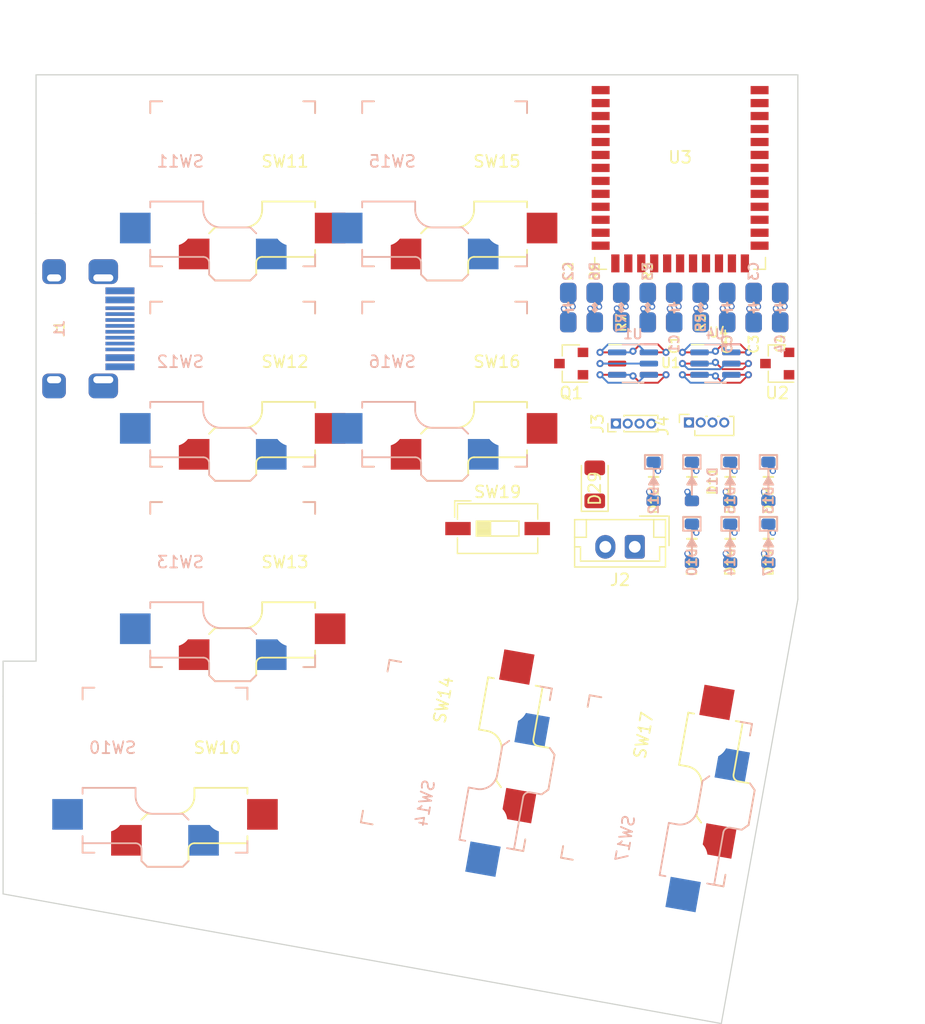
<source format=kicad_pcb>
(kicad_pcb (version 20210722) (generator pcbnew)
  (layers (0 "F.Cu" signal) (31 "B.Cu" signal) (34 "B.Paste" user) (35 "F.Paste" user) (36 "B.SilkS" user "B.Silkscreen") (37 "F.SilkS" user "F.Silkscreen") (38 "B.Mask" user) (39 "F.Mask" user) (44 "Edge.Cuts" user))
  (net 0 "")
  (net 1 "VBUS")
  (net 2 "VBAT")
  (net 3 "GND")
  (net 4 "Net-(C3-Pad1)")
  (net 5 "+3V3")
  (net 6 "VBAT_IN")
  (net 7 "+5V")
  (net 8 "SCL")
  (net 9 "SDA")
  (net 10 "SWDCLK")
  (net 11 "SWDIO")
  (net 12 "Net-(J1-PadA5)")
  (net 13 "Net-(J1-PadB5)")
  (net 14 "BVOLT")
  (net 15 "RESET")
  (net 16 "ROW3")
  (net 17 "ROW2")
  (net 18 "ROW1")
  (net 19 "ROW0")
  (net 20 "D-")
  (net 21 "D+")
  (net 22 "COL5")
  (net 23 "COL3")
  (net 24 "COL2")
  (net 25 "COL1")
  (net 26 "COL0")
  (net 27 "BLUE_LED")
  (net 28 "Net-(R3-Pad1)")
  (net 29 "D_plus")
  (net 30 "D_minus")
  (net 31 "Net-(D10-Pad2)")
  (net 32 "Net-(D11-Pad2)")
  (net 33 "Net-(D12-Pad2)")
  (net 34 "Net-(D13-Pad2)")
  (net 35 "Net-(D14-Pad2)")
  (net 36 "Net-(D15-Pad2)")
  (net 37 "Net-(D16-Pad2)")
  (net 38 "Net-(D17-Pad2)")
  (net 39 "COL4")
  (net 40 "Net-(R4-Pad2)")
  (footprint "Package_TO_SOT_SMD:SOT-23" (layer "F.Cu") (at 118.25 57.75 180)
    (fp_text reference "Q1" (at 0 -2.5) (layer "F.SilkS"))
    (fp_text value "Q_PMOS_GSD")
    (pad "1" smd rect locked (at -1 -0.95 180) (size 0.9 0.8) (layers "F.Cu" "F.Paste" "F.Mask") (net 1 "VBUS"))
    (pad "2" smd rect locked (at -1 0.95 180) (size 0.9 0.8) (layers "F.Cu" "F.Paste" "F.Mask") (net 4 "Net-(C3-Pad1)"))
    (pad "3" smd rect locked (at 1 0 180) (size 0.9 0.8) (layers "F.Cu" "F.Paste" "F.Mask") (net 2 "VBAT"))
  )
  (footprint "Button_Switch_SMD:SW_DIP_SPSTx01_Slide_6.7x4.1mm_W6.73mm_P2.54mm_LowProfile_JPin" (layer "F.Cu") (at 112 71.75)
    (fp_text reference "SW19" (at 0 -3.11) (layer "F.SilkS"))
    (fp_text value "SW_DIP_x01")
    (pad "1" smd rect locked (at -3.365 0) (size 2.16 1.12) (layers "F.Cu" "F.Paste" "F.Mask") (net 2 "VBAT"))
    (pad "2" smd rect locked (at 3.365 0) (size 2.16 1.12) (layers "F.Cu" "F.Paste" "F.Mask") (net 6 "VBAT_IN"))
  )
  (footprint "reversible-kicad-footprints:SOT-23-6" (layer "F.Cu") (at 130.5 57.75)
    (fp_text reference "U4" (at 0.25 -2.65) (layer "F.SilkS") (effects (font (size 0.8128 0.8128) (thickness 0.1524))))
    (fp_text value "USBLC6-2SC6")
    (fp_text user "${REFERENCE}" (at 0 -2.5) (layer "B.SilkS") (effects (font (size 0.8128 0.8128) (thickness 0.1524)) (justify mirror)))
    (pad "1" smd custom locked (at -2.8 -0.95) (size 0.6 0.6) (layers "B.Cu") (net 20 "D-") (options (clearance convexhull) (anchor circle)) (primitives (gr_line (start 0 0) (end 0.675 -0.675) (width 0.16)) (gr_line (start 0.675 -0.675) (end 3.2 -0.675) (width 0.16)) (gr_line (start 3.2 -0.675) (end 3.875 0) (width 0.16)) (gr_line (start 3.6 0) (end 4.7 0) (width 0.4))))
    (pad "1" thru_hole circle locked (at -2.8 -0.95) (size 0.6 0.6) (drill 0.3) (layers *.Cu) (net 20 "D-"))
    (pad "1" smd custom locked (at -2.8 -0.95) (size 0.6 0.6) (layers "F.Cu") (net 20 "D-") (options (clearance convexhull) (anchor circle)) (primitives (gr_line (start 0 0) (end 1.2 0) (width 0.16)) (gr_line (start 0.9 0) (end 2 0) (width 0.4))))
    (pad "1" smd roundrect locked (at 1.35 -0.95) (size 1.56 0.495) (layers "B.Cu" "B.Paste" "B.Mask") (net 20 "D-"))
    (pad "1" smd roundrect locked (at -1.35 -0.95) (size 1.56 0.495) (layers "F.Cu" "F.Paste" "F.Mask") (net 20 "D-"))
    (pad "2" smd roundrect locked (at 1.35 0) (size 1.56 0.495) (layers "B.Cu" "B.Paste" "B.Mask") (net 3 "GND"))
    (pad "2" smd roundrect locked (at -1.35 0) (size 1.56 0.495) (layers "F.Cu" "F.Paste" "F.Mask") (net 3 "GND"))
    (pad "2" smd custom locked (at -2.8 0) (size 0.6 0.6) (layers "B.Cu") (net 3 "GND") (options (clearance convexhull) (anchor circle)) (primitives (gr_line (start 0 0) (end 0.475 0.475) (width 0.16)) (gr_line (start 0.475 0.475) (end 3.2 0.475) (width 0.16)) (gr_line (start 3.2 0.475) (end 3.7 0) (width 0.16)) (gr_line (start 3.6 0) (end 4.7 0) (width 0.4))))
    (pad "2" thru_hole circle locked (at -2.8 0) (size 0.6 0.6) (drill 0.3) (layers *.Cu) (net 3 "GND"))
    (pad "2" smd custom locked (at -2.8 0) (size 0.6 0.6) (layers "F.Cu") (net 3 "GND") (options (clearance convexhull) (anchor circle)) (primitives (gr_line (start 0 0) (end 1.2 0) (width 0.16)) (gr_line (start 0.9 0) (end 2 0) (width 0.4))))
    (pad "3" smd roundrect locked (at 1.35 0.95) (size 1.56 0.495) (layers "B.Cu" "B.Paste" "B.Mask") (net 21 "D+"))
    (pad "3" smd custom locked (at -2.8 0.95) (size 0.6 0.6) (layers "B.Cu") (net 21 "D+") (options (clearance convexhull) (anchor circle)) (primitives (gr_line (start 0 0) (end 0.675 0.675) (width 0.16)) (gr_line (start 0.675 0.675) (end 3.2 0.675) (width 0.16)) (gr_line (start 3.2 0.675) (end 3.875 0) (width 0.16)) (gr_line (start 3.6 0) (end 4.7 0) (width 0.4))))
    (pad "3" smd roundrect locked (at -1.35 0.95) (size 1.56 0.495) (layers "F.Cu" "F.Paste" "F.Mask") (net 21 "D+"))
    (pad "3" smd custom locked (at -2.8 0.95) (size 0.6 0.6) (layers "F.Cu") (net 21 "D+") (options (clearance convexhull) (anchor circle)) (primitives (gr_line (start 0 0) (end 1.2 0) (width 0.16)) (gr_line (start 0.9 0) (end 2 0) (width 0.4))))
    (pad "3" thru_hole circle locked (at -2.8 0.95) (size 0.6 0.6) (drill 0.3) (layers *.Cu) (net 21 "D+"))
    (pad "4" smd custom locked (at 2.8 0.95) (size 0.6 0.6) (layers "F.Cu") (net 29 "D_plus") (options (clearance convexhull) (anchor circle)) (primitives (gr_line (start 0 0) (end -1.2 0) (width 0.16)) (gr_line (start -2 0) (end -0.9 0) (width 0.4))))
    (pad "4" thru_hole circle locked (at 2.8 0.95) (size 0.6 0.6) (drill 0.3) (layers *.Cu) (net 29 "D_plus"))
    (pad "4" smd roundrect locked (at -1.35 0.95) (size 1.56 0.495) (layers "B.Cu" "B.Paste" "B.Mask") (net 29 "D_plus"))
    (pad "4" smd roundrect locked (at 1.35 0.95) (size 1.56 0.495) (layers "F.Cu" "F.Paste" "F.Mask") (net 29 "D_plus"))
    (pad "4" smd custom locked (at 0 1.05) (size 0.6 0.6) (layers "B.Cu") (net 29 "D_plus") (options (clearance convexhull) (anchor circle)) (primitives (gr_line (start -1.2 -0.1) (end 0 -0.1) (width 0.16)) (gr_line (start -1.9 -0.1) (end -0.8 -0.1) (width 0.4))))
    (pad "4" thru_hole circle locked (at 0 1.05) (size 0.6 0.6) (drill 0.3) (layers *.Cu) (net 29 "D_plus"))
    (pad "4" smd custom locked (at 2.8 0.95) (size 0.6 0.6) (layers "F.Cu") (net 29 "D_plus") (options (clearance convexhull) (anchor circle)) (primitives (gr_line (start 0 0) (end -0.675 0.675) (width 0.16)) (gr_line (start -0.675 0.675) (end -2.2 0.675) (width 0.16)) (gr_line (start -2.2 0.675) (end -2.875 0) (width 0.16)) (gr_circle (center -2.8 0.1) (end -2.65 0.1) (width 0.3))))
    (pad "5" smd custom locked (at 0 -0.1) (size 0.6 0.6) (layers "B.Cu") (net 1 "VBUS") (options (clearance convexhull) (anchor circle)) (primitives (gr_line (start -1.2 0.1) (end 0 0.1) (width 0.16)) (gr_line (start -1.9 0.1) (end -0.8 0.1) (width 0.4))))
    (pad "5" smd roundrect locked (at 1.35 0) (size 1.56 0.495) (layers "F.Cu" "F.Paste" "F.Mask") (net 1 "VBUS"))
    (pad "5" smd roundrect locked (at -1.35 0) (size 1.56 0.495) (layers "B.Cu" "B.Paste" "B.Mask") (net 1 "VBUS"))
    (pad "5" thru_hole circle locked (at 2.8 0) (size 0.6 0.6) (drill 0.3) (layers *.Cu) (net 1 "VBUS"))
    (pad "5" thru_hole circle locked (at 0 -0.1) (size 0.6 0.6) (drill 0.3) (layers *.Cu) (net 1 "VBUS"))
    (pad "5" smd custom locked (at 2.8 0) (size 0.6 0.6) (layers "F.Cu") (net 1 "VBUS") (options (clearance convexhull) (anchor circle)) (primitives (gr_line (start 0 0) (end -0.475 0.475) (width 0.16)) (gr_line (start -0.475 0.475) (end -2.2 0.475) (width 0.16)) (gr_line (start -2.2 0.475) (end -2.7 0) (width 0.16)) (gr_circle (center -2.8 -0.1) (end -2.65 -0.1) (width 0.3))))
    (pad "5" smd custom locked (at 2.8 0) (size 0.6 0.6) (layers "F.Cu") (net 1 "VBUS") (options (clearance convexhull) (anchor circle)) (primitives (gr_line (start 0 0) (end -1.2 0) (width 0.16)) (gr_line (start -2 0) (end -0.9 0) (width 0.4))))
    (pad "6" thru_hole circle locked (at 2.8 -0.95) (size 0.6 0.6) (drill 0.3) (layers *.Cu) (net 30 "D_minus"))
    (pad "6" smd roundrect locked (at -1.35 -0.95) (size 1.56 0.495) (layers "B.Cu" "B.Paste" "B.Mask") (net 30 "D_minus"))
    (pad "6" smd roundrect locked (at 1.35 -0.95) (size 1.56 0.495) (layers "F.Cu" "F.Paste" "F.Mask") (net 30 "D_minus"))
    (pad "6" thru_hole circle locked (at 0 -1.05) (size 0.6 0.6) (drill 0.3) (layers *.Cu) (net 30 "D_minus"))
    (pad "6" smd custom locked (at 2.8 -0.95) (size 0.6 0.6) (layers "F.Cu") (net 30 "D_minus") (options (clearance convexhull) (anchor circle)) (primitives (gr_line (start 0 0) (end -0.675 -0.675) (width 0.16)) (gr_line (start -0.675 -0.675) (end -2.2 -0.675) (width 0.16)) (gr_line (start -2.2 -0.675) (end -2.875 0) (width 0.16)) (gr_circle (center -2.8 -0.1) (end -2.65 -0.1) (width 0.3))))
    (pad "6" smd custom locked (at 0 -1.05) (size 0.6 0.6) (layers "B.Cu") (net 30 "D_minus") (options (clearance convexhull) (anchor circle)) (primitives (gr_line (start -1.2 0.1) (end 0 0.1) (width 0.16)) (gr_line (start -1.9 0.1) (end -0.8 0.1) (width 0.4))))
    (pad "6" smd custom locked (at 2.8 -0.95) (size 0.6 0.6) (layers "F.Cu") (net 30 "D_minus") (options (clearance convexhull) (anchor circle)) (primitives (gr_line (start 0 0) (end -1.2 0) (width 0.16)) (gr_line (start -2 0) (end -0.9 0) (width 0.4))))
  )
  (footprint "reversible-kicad-footprints:D_SOD-123_smaller" (layer "F.Cu") (at 131.75 67.75 -90)
    (fp_text reference "D15" (at 2.882 0 -90) (layer "F.SilkS") (effects (font (size 0.8128 0.8128) (thickness 0.1524)) (justify left)))
    (fp_text value "D" hide)
    (fp_text user "${REFERENCE}" (at 2.882 0 -90) (layer "B.SilkS") (effects (font (size 0.8128 0.8128) (thickness 0.1524)) (justify right mirror)))
    (pad "1" thru_hole circle locked (at -0.889 -0.381 270) (size 0.5 0.5) (drill 0.3) (layers *.Cu) (net 19 "ROW0") (thermal_gap 0.2))
    (pad "1" smd custom locked (at -1.651 0 270) (size 0.01 0.01) (layers "B.Cu") (net 19 "ROW0") (thermal_gap 0.2) (options (clearance convexhull) (anchor circle)) (primitives (gr_line (start 0.762 -0.381) (end 0 0) (width 0.5))))
    (pad "1" smd custom locked (at -1.651 0 270) (size 0.01 0.01) (layers "F.Cu") (net 19 "ROW0") (thermal_gap 0.2) (options (clearance convexhull) (anchor circle)) (primitives (gr_line (start 0.762 -0.381) (end 0 0) (width 0.5))))
    (pad "1" smd roundrect locked (at -1.651 0 270) (size 0.9 1.2) (layers "B.Cu" "B.Paste" "B.Mask") (net 19 "ROW0") (thermal_gap 0.2))
    (pad "1" smd custom locked (at -1.651 0 270) (size 0.9 1.2) (layers "B.Cu") (net 19 "ROW0") (thermal_gap 0.2) (options (clearance convexhull) (anchor circle)) (primitives (gr_line (start 0.762 -0.381) (end 0 0) (width 0.5))))
    (pad "1" smd roundrect locked (at -1.65 0 270) (size 0.9 1.2) (layers "F.Cu" "F.Paste" "F.Mask") (net 19 "ROW0") (thermal_gap 0.2))
    (pad "1" thru_hole circle locked (at -0.889 -0.381 270) (size 0.5 0.5) (drill 0.3) (layers *.Cu) (net 19 "ROW0") (thermal_gap 0.2))
    (pad "2" smd custom locked (at 1.651 0 270) (size 0.01 0.01) (layers "B.Cu") (net 36 "Net-(D15-Pad2)") (thermal_gap 0.2) (options (clearance convexhull) (anchor circle)) (primitives (gr_line (start -0.761 0.381) (end 0.001 0) (width 0.5))))
    (pad "2" smd roundrect locked (at 1.65 0 270) (size 0.9 1.2) (layers "B.Cu" "B.Paste" "B.Mask") (net 36 "Net-(D15-Pad2)") (thermal_gap 0.2))
    (pad "2" thru_hole circle locked (at 0.87 0.381 270) (size 0.5 0.5) (drill 0.3) (layers *.Cu) (net 36 "Net-(D15-Pad2)") (thermal_gap 0.2))
    (pad "2" smd custom locked (at 1.651 0 270) (size 0.01 0.01) (layers "F.Cu") (net 36 "Net-(D15-Pad2)") (thermal_gap 0.2) (options (clearance convexhull) (anchor circle)) (primitives (gr_line (start -0.761 0.381) (end 0.001 0) (width 0.5))))
    (pad "2" thru_hole circle locked (at 0.87 0.381 270) (size 0.5 0.5) (drill 0.3) (layers *.Cu) (net 36 "Net-(D15-Pad2)") (thermal_gap 0.2))
    (pad "2" smd roundrect locked (at 1.65 0 270) (size 0.9 1.2) (layers "F.Cu" "F.Paste" "F.Mask") (net 36 "Net-(D15-Pad2)") (thermal_gap 0.2))
    (pad "2" smd custom locked (at 1.65 0 270) (size 0.9 1.2) (layers "B.Cu") (net 36 "Net-(D15-Pad2)") (thermal_gap 0.2) (options (clearance convexhull) (anchor circle)) (primitives (gr_line (start -0.761 0.381) (end 0.001 0) (width 0.5))))
  )
  (footprint "Keyboard_parts:nRF52840_holyiot_18010_HS_simple" (layer "F.Cu") (at 127.5 40.249)
    (fp_text reference "U3" (at 0 0) (layer "F.SilkS"))
    (fp_text value "nRF52840_holyiot_18010")
    (pad "1" smd rect locked (at -6.75 -5.7) (size 1.524 0.7) (layers "F.Cu" "F.Paste" "F.Mask") (net 3 "GND"))
    (pad "2" smd rect locked (at -6.75 -4.6) (size 1.524 0.7) (layers "F.Cu" "F.Paste" "F.Mask"))
    (pad "3" smd rect locked (at -6.75 -3.5) (size 1.524 0.7) (layers "F.Cu" "F.Paste" "F.Mask"))
    (pad "4" smd rect locked (at -6.75 -2.4) (size 1.524 0.7) (layers "F.Cu" "F.Paste" "F.Mask"))
    (pad "5" smd rect locked (at -6.75 -1.3) (size 1.524 0.7) (layers "F.Cu" "F.Paste" "F.Mask"))
    (pad "6" smd rect locked (at -6.75 -0.2) (size 1.524 0.7) (layers "F.Cu" "F.Paste" "F.Mask") (net 16 "ROW3"))
    (pad "7" smd rect locked (at -6.75 0.9) (size 1.524 0.7) (layers "F.Cu" "F.Paste" "F.Mask") (net 17 "ROW2"))
    (pad "8" smd rect locked (at -6.75 2) (size 1.524 0.7) (layers "F.Cu" "F.Paste" "F.Mask") (net 18 "ROW1"))
    (pad "9" smd rect locked (at -6.75 3.1) (size 1.524 0.7) (layers "F.Cu" "F.Paste" "F.Mask") (net 19 "ROW0"))
    (pad "10" smd rect locked (at -6.75 4.2) (size 1.524 0.7) (layers "F.Cu" "F.Paste" "F.Mask") (net 14 "BVOLT"))
    (pad "11" smd rect locked (at -6.75 5.3) (size 1.524 0.7) (layers "F.Cu" "F.Paste" "F.Mask"))
    (pad "12" smd rect locked (at -6.75 6.4) (size 1.524 0.7) (layers "F.Cu" "F.Paste" "F.Mask"))
    (pad "13" smd rect locked (at -6.75 7.5) (size 1.524 0.7) (layers "F.Cu" "F.Paste" "F.Mask"))
    (pad "14" smd rect locked (at -5.5 9 90) (size 1.524 0.7) (layers "F.Cu" "F.Paste" "F.Mask") (net 5 "+3V3"))
    (pad "15" smd rect locked (at -4.4 9 90) (size 1.524 0.7) (layers "F.Cu" "F.Paste" "F.Mask"))
    (pad "16" smd rect locked (at -3.3 9 90) (size 1.524 0.7) (layers "F.Cu" "F.Paste" "F.Mask"))
    (pad "17" smd rect locked (at -2.2 9 90) (size 1.524 0.7) (layers "F.Cu" "F.Paste" "F.Mask"))
    (pad "18" smd rect locked (at -1.1 9 90) (size 1.524 0.7) (layers "F.Cu" "F.Paste" "F.Mask") (net 9 "SDA"))
    (pad "19" smd rect locked (at 0 9 90) (size 1.524 0.7) (layers "F.Cu" "F.Paste" "F.Mask") (net 8 "SCL"))
    (pad "20" smd rect locked (at 1.1 9 90) (size 1.524 0.7) (layers "F.Cu" "F.Paste" "F.Mask"))
    (pad "21" smd rect locked (at 2.2 9 90) (size 1.524 0.7) (layers "F.Cu" "F.Paste" "F.Mask") (net 15 "RESET"))
    (pad "22" smd rect locked (at 3.3 9 90) (size 1.524 0.7) (layers "F.Cu" "F.Paste" "F.Mask") (net 1 "VBUS"))
    (pad "23" smd rect locked (at 4.4 9 90) (size 1.524 0.7) (layers "F.Cu" "F.Paste" "F.Mask") (net 20 "D-"))
    (pad "24" smd rect locked (at 5.5 9 90) (size 1.524 0.7) (layers "F.Cu" "F.Paste" "F.Mask") (net 21 "D+"))
    (pad "25" smd rect locked (at 6.75 7.5 180) (size 1.524 0.7) (layers "F.Cu" "F.Paste" "F.Mask") (net 3 "GND"))
    (pad "26" smd rect locked (at 6.75 6.4 180) (size 1.524 0.7) (layers "F.Cu" "F.Paste" "F.Mask") (net 22 "COL5"))
    (pad "27" smd rect locked (at 6.75 5.3 180) (size 1.524 0.7) (layers "F.Cu" "F.Paste" "F.Mask") (net 23 "COL3"))
    (pad "28" smd rect locked (at 6.75 4.2 180) (size 1.524 0.7) (layers "F.Cu" "F.Paste" "F.Mask") (net 24 "COL2"))
    (pad "29" smd rect locked (at 6.75 3.1 180) (size 1.524 0.7) (layers "F.Cu" "F.Paste" "F.Mask") (net 25 "COL1"))
    (pad "30" smd rect locked (at 6.75 2 180) (size 1.524 0.7) (layers "F.Cu" "F.Paste" "F.Mask") (net 26 "COL0"))
    (pad "31" smd rect locked (at 6.75 0.9 180) (size 1.524 0.7) (layers "F.Cu" "F.Paste" "F.Mask") (net 10 "SWDCLK"))
    (pad "32" smd rect locked (at 6.75 -0.2 180) (size 1.524 0.7) (layers "F.Cu" "F.Paste" "F.Mask") (net 11 "SWDIO"))
    (pad "33" smd rect locked (at 6.75 -1.3 180) (size 1.524 0.7) (layers "F.Cu" "F.Paste" "F.Mask") (net 27 "BLUE_LED"))
    (pad "34" smd rect locked (at 6.75 -2.4 180) (size 1.524 0.7) (layers "F.Cu" "F.Paste" "F.Mask"))
    (pad "35" smd rect locked (at 6.75 -3.5 180) (size 1.524 0.7) (layers "F.Cu" "F.Paste" "F.Mask"))
    (pad "36" smd rect locked (at 6.75 -4.6 180) (size 1.524 0.7) (layers "F.Cu" "F.Paste" "F.Mask"))
    (pad "37" smd rect locked (at 6.75 -5.7 180) (size 1.524 0.7) (layers "F.Cu" "F.Paste" "F.Mask") (net 3 "GND"))
  )
  (footprint "keyswitches:Kailh_socket_PG1350_reversible_2U" (layer "F.Cu") (at 108.5 91 80)
    (fp_text reference "SW14" (at 4.445 -1.905 80) (layer "F.SilkS"))
    (fp_text value "SW_PUSH")
    (fp_text user "${REFERENCE}" (at -4.445 -1.905 80) (layer "B.SilkS") (effects (justify mirror)))
    (pad "" np_thru_hole circle locked (at 0 5.95 80) (size 3 3) (drill 3) (layers *.Cu *.Mask))
    (pad "" np_thru_hole circle locked (at -5.5 0 80) (size 1.7018 1.7018) (drill 1.7018) (layers *.Cu *.Mask))
    (pad "" np_thru_hole circle locked (at 5 3.75 80) (size 3 3) (drill 3) (layers *.Cu *.Mask))
    (pad "" np_thru_hole circle locked (at 5.22 -4.2 80) (size 0.9906 0.9906) (drill 0.9906) (layers *.Cu *.Mask))
    (pad "" np_thru_hole circle locked (at -5.22 -4.2 80) (size 0.9906 0.9906) (drill 0.9906) (layers *.Cu *.Mask))
    (pad "" np_thru_hole circle locked (at -5 3.75 80) (size 3 3) (drill 3) (layers *.Cu *.Mask))
    (pad "" np_thru_hole circle locked (at 0 0 80) (size 3.429 3.429) (drill 3.429) (layers *.Cu *.Mask))
    (pad "" np_thru_hole circle locked (at 5.5 0 80) (size 1.7018 1.7018) (drill 1.7018) (layers *.Cu *.Mask))
    (pad "1" smd rect locked (at 3.275 5.95 80) (size 2.6 2.6) (layers "B.Cu" "B.Paste" "B.Mask") (net 23 "COL3"))
    (pad "1" smd rect locked (at -3.275 5.95 80) (size 2.6 2.6) (layers "F.Cu" "F.Paste" "F.Mask") (net 23 "COL3"))
    (pad "2" smd rect locked (at -8.275 3.75 80) (size 2.6 2.6) (layers "B.Cu" "B.Paste" "B.Mask") (net 35 "Net-(D14-Pad2)"))
    (pad "2" smd rect locked (at 8.275 3.75 80) (size 2.6 2.6) (layers "F.Cu" "F.Paste" "F.Mask") (net 35 "Net-(D14-Pad2)"))
  )
  (footprint "reversible-kicad-footprints:D_SOD-123_smaller" (layer "F.Cu") (at 135 73 -90)
    (fp_text reference "D17" (at 2.882 0 -90) (layer "F.SilkS") (effects (font (size 0.8128 0.8128) (thickness 0.1524)) (justify left)))
    (fp_text value "D" hide)
    (fp_text user "${REFERENCE}" (at 2.882 0 -90) (layer "B.SilkS") (effects (font (size 0.8128 0.8128) (thickness 0.1524)) (justify right mirror)))
    (pad "1" smd custom locked (at -1.651 0 270) (size 0.01 0.01) (layers "B.Cu") (net 16 "ROW3") (thermal_gap 0.2) (options (clearance convexhull) (anchor circle)) (primitives (gr_line (start 0.762 -0.381) (end 0 0) (width 0.5))))
    (pad "1" thru_hole circle locked (at -0.889 -0.381 270) (size 0.5 0.5) (drill 0.3) (layers *.Cu) (net 16 "ROW3") (thermal_gap 0.2))
    (pad "1" smd roundrect locked (at -1.651 0 270) (size 0.9 1.2) (layers "B.Cu" "B.Paste" "B.Mask") (net 16 "ROW3") (thermal_gap 0.2))
    (pad "1" smd custom locked (at -1.651 0 270) (size 0.01 0.01) (layers "F.Cu") (net 16 "ROW3") (thermal_gap 0.2) (options (clearance convexhull) (anchor circle)) (primitives (gr_line (start 0.762 -0.381) (end 0 0) (width 0.5))))
    (pad "1" smd roundrect locked (at -1.65 0 270) (size 0.9 1.2) (layers "F.Cu" "F.Paste" "F.Mask") (net 16 "ROW3") (thermal_gap 0.2))
    (pad "1" thru_hole circle locked (at -0.889 -0.381 270) (size 0.5 0.5) (drill 0.3) (layers *.Cu) (net 16 "ROW3") (thermal_gap 0.2))
    (pad "1" smd custom locked (at -1.651 0 270) (size 0.9 1.2) (layers "B.Cu") (net 16 "ROW3") (thermal_gap 0.2) (options (clearance convexhull) (anchor circle)) (primitives (gr_line (start 0.762 -0.381) (end 0 0) (width 0.5))))
    (pad "2" thru_hole circle locked (at 0.87 0.381 270) (size 0.5 0.5) (drill 0.3) (layers *.Cu) (net 38 "Net-(D17-Pad2)") (thermal_gap 0.2))
    (pad "2" smd roundrect locked (at 1.65 0 270) (size 0.9 1.2) (layers "F.Cu" "F.Paste" "F.Mask") (net 38 "Net-(D17-Pad2)") (thermal_gap 0.2))
    (pad "2" smd custom locked (at 1.65 0 270) (size 0.9 1.2) (layers "B.Cu") (net 38 "Net-(D17-Pad2)") (thermal_gap 0.2) (options (clearance convexhull) (anchor circle)) (primitives (gr_line (start -0.761 0.381) (end 0.001 0) (width 0.5))))
    (pad "2" smd custom locked (at 1.651 0 270) (size 0.01 0.01) (layers "F.Cu") (net 38 "Net-(D17-Pad2)") (thermal_gap 0.2) (options (clearance convexhull) (anchor circle)) (primitives (gr_line (start -0.761 0.381) (end 0.001 0) (width 0.5))))
    (pad "2" smd roundrect locked (at 1.65 0 270) (size 0.9 1.2) (layers "B.Cu" "B.Paste" "B.Mask") (net 38 "Net-(D17-Pad2)") (thermal_gap 0.2))
    (pad "2" thru_hole circle locked (at 0.87 0.381 270) (size 0.5 0.5) (drill 0.3) (layers *.Cu) (net 38 "Net-(D17-Pad2)") (thermal_gap 0.2))
    (pad "2" smd custom locked (at 1.651 0 270) (size 0.01 0.01) (layers "B.Cu") (net 38 "Net-(D17-Pad2)") (thermal_gap 0.2) (options (clearance convexhull) (anchor circle)) (primitives (gr_line (start -0.761 0.381) (end 0.001 0) (width 0.5))))
  )
  (footprint "keyswitches:Kailh_socket_PG1350_reversible_2U" (layer "F.Cu") (at 125.5 94 80)
    (fp_text reference "SW17" (at 4.445 -1.905 80) (layer "F.SilkS"))
    (fp_text value "SW_PUSH")
    (fp_text user "${REFERENCE}" (at -4.445 -1.905 80) (layer "B.SilkS") (effects (justify mirror)))
    (pad "" np_thru_hole circle locked (at -5.22 -4.2 80) (size 0.9906 0.9906) (drill 0.9906) (layers *.Cu *.Mask))
    (pad "" np_thru_hole circle locked (at -5 3.75 80) (size 3 3) (drill 3) (layers *.Cu *.Mask))
    (pad "" np_thru_hole circle locked (at 0 5.95 80) (size 3 3) (drill 3) (layers *.Cu *.Mask))
    (pad "" np_thru_hole circle locked (at 5.22 -4.2 80) (size 0.9906 0.9906) (drill 0.9906) (layers *.Cu *.Mask))
    (pad "" np_thru_hole circle locked (at -5.5 0 80) (size 1.7018 1.7018) (drill 1.7018) (layers *.Cu *.Mask))
    (pad "" np_thru_hole circle locked (at 5 3.75 80) (size 3 3) (drill 3) (layers *.Cu *.Mask))
    (pad "" np_thru_hole circle locked (at 5.5 0 80) (size 1.7018 1.7018) (drill 1.7018) (layers *.Cu *.Mask))
    (pad "" np_thru_hole circle locked (at 0 0 80) (size 3.429 3.429) (drill 3.429) (layers *.Cu *.Mask))
    (pad "1" smd rect locked (at 3.275 5.95 80) (size 2.6 2.6) (layers "B.Cu" "B.Paste" "B.Mask") (net 39 "COL4"))
    (pad "1" smd rect locked (at -3.275 5.95 80) (size 2.6 2.6) (layers "F.Cu" "F.Paste" "F.Mask") (net 39 "COL4"))
    (pad "2" smd rect locked (at 8.275 3.75 80) (size 2.6 2.6) (layers "F.Cu" "F.Paste" "F.Mask") (net 38 "Net-(D17-Pad2)"))
    (pad "2" smd rect locked (at -8.275 3.75 80) (size 2.6 2.6) (layers "B.Cu" "B.Paste" "B.Mask") (net 38 "Net-(D17-Pad2)"))
  )
  (footprint "reversible-kicad-footprints:C-0805_2012Metric" (layer "F.Cu") (at 127 52.999 -90)
    (fp_text reference "C1" (at 2.25 0 90) (layer "F.SilkS") (effects (font (size 0.8128 0.8128) (thickness 0.1524)) (justify right)))
    (fp_text value "4.7uF")
    (fp_text user "${REFERENCE}" (at 2.182 0 90) (layer "B.SilkS") (effects (font (size 0.8128 0.8128) (thickness 0.1524)) (justify left mirror)))
    (pad "1" smd roundrect locked (at -1.251 0 270) (size 1.701 1.4) (layers "F.Cu" "F.Paste" "F.Mask") (net 1 "VBUS") (thermal_gap 0.2))
    (pad "1" smd roundrect locked (at -1.251 0 270) (size 1.701 1.4) (layers "B.Cu" "B.Paste" "B.Mask") (net 1 "VBUS") (thermal_gap 0.2))
    (pad "1" thru_hole circle locked (at -0.089 -0.381 270) (size 0.5 0.5) (drill 0.3) (layers *.Cu) (net 1 "VBUS") (thermal_gap 0.2))
    (pad "1" smd custom locked (at -0.851 0 270) (size 0.01 0.01) (layers "F.Cu") (net 1 "VBUS") (thermal_gap 0.2) (options (clearance convexhull) (anchor circle)) (primitives (gr_line (start 0.762 -0.381) (end 0 0) (width 0.5))))
    (pad "1" smd custom locked (at -0.851 0 270) (size 0.01 0.01) (layers "B.Cu") (net 1 "VBUS") (thermal_gap 0.2) (options (clearance convexhull) (anchor circle)) (primitives (gr_line (start 0.762 -0.381) (end 0 0) (width 0.5))))
    (pad "2" smd roundrect locked (at 1.251 0 270) (size 1.701 1.4) (layers "F.Cu" "F.Paste" "F.Mask") (net 3 "GND") (thermal_gap 0.2))
    (pad "2" smd custom locked (at 0.851 0 270) (size 0.01 0.01) (layers "F.Cu") (net 3 "GND") (thermal_gap 0.2) (options (clearance convexhull) (anchor circle)) (primitives (gr_line (start -0.761 0.381) (end 0.001 0) (width 0.5))))
    (pad "2" smd roundrect locked (at 1.251 0 270) (size 1.701 1.4) (layers "B.Cu" "B.Paste" "B.Mask") (net 3 "GND") (thermal_gap 0.2))
    (pad "2" thru_hole circle locked (at 0.07 0.381 270) (size 0.5 0.5) (drill 0.3) (layers *.Cu) (net 3 "GND") (thermal_gap 0.2))
    (pad "2" smd custom locked (at 0.851 0 270) (size 0.01 0.01) (layers "B.Cu") (net 3 "GND") (thermal_gap 0.2) (options (clearance convexhull) (anchor circle)) (primitives (gr_line (start -0.761 0.381) (end 0.001 0) (width 0.5))))
  )
  (footprint "reversible-kicad-footprints:D_SOD-123_smaller" (layer "F.Cu") (at 135 67.75 -90)
    (fp_text reference "D13" (at 2.882 0 -90) (layer "F.SilkS") (effects (font (size 0.8128 0.8128) (thickness 0.1524)) (justify left)))
    (fp_text value "D" hide)
    (fp_text user "${REFERENCE}" (at 2.882 0 -90) (layer "B.SilkS") (effects (font (size 0.8128 0.8128) (thickness 0.1524)) (justify right mirror)))
    (pad "1" smd custom locked (at -1.651 0 270) (size 0.9 1.2) (layers "B.Cu") (net 17 "ROW2") (thermal_gap 0.2) (options (clearance convexhull) (anchor circle)) (primitives (gr_line (start 0.762 -0.381) (end 0 0) (width 0.5))))
    (pad "1" smd custom locked (at -1.651 0 270) (size 0.01 0.01) (layers "F.Cu") (net 17 "ROW2") (thermal_gap 0.2) (options (clearance convexhull) (anchor circle)) (primitives (gr_line (start 0.762 -0.381) (end 0 0) (width 0.5))))
    (pad "1" thru_hole circle locked (at -0.889 -0.381 270) (size 0.5 0.5) (drill 0.3) (layers *.Cu) (net 17 "ROW2") (thermal_gap 0.2))
    (pad "1" smd roundrect locked (at -1.651 0 270) (size 0.9 1.2) (layers "B.Cu" "B.Paste" "B.Mask") (net 17 "ROW2") (thermal_gap 0.2))
    (pad "1" smd roundrect locked (at -1.65 0 270) (size 0.9 1.2) (layers "F.Cu" "F.Paste" "F.Mask") (net 17 "ROW2") (thermal_gap 0.2))
    (pad "1" thru_hole circle locked (at -0.889 -0.381 270) (size 0.5 0.5) (drill 0.3) (layers *.Cu) (net 17 "ROW2") (thermal_gap 0.2))
    (pad "1" smd custom locked (at -1.651 0 270) (size 0.01 0.01) (layers "B.Cu") (net 17 "ROW2") (thermal_gap 0.2) (options (clearance convexhull) (anchor circle)) (primitives (gr_line (start 0.762 -0.381) (end 0 0) (width 0.5))))
    (pad "2" smd custom locked (at 1.65 0 270) (size 0.9 1.2) (layers "B.Cu") (net 34 "Net-(D13-Pad2)") (thermal_gap 0.2) (options (clearance convexhull) (anchor circle)) (primitives (gr_line (start -0.761 0.381) (end 0.001 0) (width 0.5))))
    (pad "2" smd custom locked (at 1.651 0 270) (size 0.01 0.01) (layers "B.Cu") (net 34 "Net-(D13-Pad2)") (thermal_gap 0.2) (options (clearance convexhull) (anchor circle)) (primitives (gr_line (start -0.761 0.381) (end 0.001 0) (width 0.5))))
    (pad "2" smd custom locked (at 1.651 0 270) (size 0.01 0.01) (layers "F.Cu") (net 34 "Net-(D13-Pad2)") (thermal_gap 0.2) (options (clearance convexhull) (anchor circle)) (primitives (gr_line (start -0.761 0.381) (end 0.001 0) (width 0.5))))
    (pad "2" thru_hole circle locked (at 0.87 0.381 270) (size 0.5 0.5) (drill 0.3) (layers *.Cu) (net 34 "Net-(D13-Pad2)") (thermal_gap 0.2))
    (pad "2" smd roundrect locked (at 1.65 0 270) (size 0.9 1.2) (layers "F.Cu" "F.Paste" "F.Mask") (net 34 "Net-(D13-Pad2)") (thermal_gap 0.2))
    (pad "2" thru_hole circle locked (at 0.87 0.381 270) (size 0.5 0.5) (drill 0.3) (layers *.Cu) (net 34 "Net-(D13-Pad2)") (thermal_gap 0.2))
    (pad "2" smd roundrect locked (at 1.65 0 270) (size 0.9 1.2) (layers "B.Cu" "B.Paste" "B.Mask") (net 34 "Net-(D13-Pad2)") (thermal_gap 0.2))
  )
  (footprint "keyswitches:Kailh_socket_PG1350_reversible" (layer "F.Cu") (at 89.5 59.5)
    (fp_text reference "SW12" (at 4.445 -1.905) (layer "F.SilkS"))
    (fp_text value "SW_PUSH")
    (fp_text user "${REFERENCE}" (at -4.445 -1.905) (layer "B.SilkS") (effects (justify mirror)))
    (pad "" np_thru_hole circle locked (at 0 5.95) (size 3 3) (drill 3) (layers *.Cu *.Mask))
    (pad "" np_thru_hole circle locked (at 0 0) (size 3.429 3.429) (drill 3.429) (layers *.Cu *.Mask))
    (pad "" np_thru_hole circle locked (at -5 3.75) (size 3 3) (drill 3) (layers *.Cu *.Mask))
    (pad "" np_thru_hole circle locked (at 5.5 0) (size 1.7018 1.7018) (drill 1.7018) (layers *.Cu *.Mask))
    (pad "" np_thru_hole circle locked (at -5.22 -4.2) (size 0.9906 0.9906) (drill 0.9906) (layers *.Cu *.Mask))
    (pad "" np_thru_hole circle locked (at 5.22 -4.2) (size 0.9906 0.9906) (drill 0.9906) (layers *.Cu *.Mask))
    (pad "" np_thru_hole circle locked (at -5.5 0) (size 1.7018 1.7018) (drill 1.7018) (layers *.Cu *.Mask))
    (pad "" np_thru_hole circle locked (at 5 3.75) (size 3 3) (drill 3) (layers *.Cu *.Mask))
    (pad "1" smd rect locked (at -3.275 5.95) (size 2.6 2.6) (layers "F.Cu" "F.Paste" "F.Mask") (net 23 "COL3"))
    (pad "1" smd rect locked (at 3.275 5.95) (size 2.6 2.6) (layers "B.Cu" "B.Paste" "B.Mask") (net 23 "COL3"))
    (pad "2" smd rect locked (at -8.275 3.75) (size 2.6 2.6) (layers "B.Cu" "B.Paste" "B.Mask") (net 33 "Net-(D12-Pad2)"))
    (pad "2" smd rect locked (at 8.275 3.75) (size 2.6 2.6) (layers "F.Cu" "F.Paste" "F.Mask") (net 33 "Net-(D12-Pad2)"))
  )
  (footprint "Connector_JST:JST_EH_B2B-EH-A_1x02_P2.50mm_Vertical" (layer "F.Cu") (at 123.65 73.3 180)
    (fp_text reference "J2" (at 1.25 -2.8) (layer "F.SilkS"))
    (fp_text value "BATT")
    (pad "1" thru_hole roundrect locked (at 0 0 180) (size 1.7 2) (drill 1) (layers *.Cu *.Mask) (roundrect_rratio 0.1470588235) (net 6 "VBAT_IN"))
    (pad "2" thru_hole oval locked (at 2.5 0 180) (size 1.7 2) (drill 1) (layers *.Cu *.Mask) (net 3 "GND"))
  )
  (footprint "reversible-kicad-footprints:D_SOD-123_smaller" (layer "F.Cu") (at 128.5 67.75 -90)
    (fp_text reference "D11" (at 1.25 -1.75 -90) (layer "F.SilkS") (effects (font (size 0.8128 0.8128) (thickness 0.1524)) (justify left)))
    (fp_text value "D" hide)
    (fp_text user "${REFERENCE}" (at 1.25 -1.75 -90) (layer "B.SilkS") (effects (font (size 0.8128 0.8128) (thickness 0.1524)) (justify right mirror)))
    (pad "1" smd custom locked (at -1.651 0 270) (size 0.01 0.01) (layers "F.Cu") (net 19 "ROW0") (thermal_gap 0.2) (options (clearance convexhull) (anchor circle)) (primitives (gr_line (start 0.762 -0.381) (end 0 0) (width 0.5))))
    (pad "1" thru_hole circle locked (at -0.889 -0.381 270) (size 0.5 0.5) (drill 0.3) (layers *.Cu) (net 19 "ROW0") (thermal_gap 0.2))
    (pad "1" thru_hole circle locked (at -0.889 -0.381 270) (size 0.5 0.5) (drill 0.3) (layers *.Cu) (net 19 "ROW0") (thermal_gap 0.2))
    (pad "1" smd custom locked (at -1.651 0 270) (size 0.9 1.2) (layers "B.Cu") (net 19 "ROW0") (thermal_gap 0.2) (options (clearance convexhull) (anchor circle)) (primitives (gr_line (start 0.762 -0.381) (end 0 0) (width 0.5))))
    (pad "1" smd custom locked (at -1.651 0 270) (size 0.01 0.01) (layers "B.Cu") (net 19 "ROW0") (thermal_gap 0.2) (options (clearance convexhull) (anchor circle)) (primitives (gr_line (start 0.762 -0.381) (end 0 0) (width 0.5))))
    (pad "1" smd roundrect locked (at -1.65 0 270) (size 0.9 1.2) (layers "F.Cu" "F.Paste" "F.Mask") (net 19 "ROW0") (thermal_gap 0.2))
    (pad "1" smd roundrect locked (at -1.651 0 270) (size 0.9 1.2) (layers "B.Cu" "B.Paste" "B.Mask") (net 19 "ROW0") (thermal_gap 0.2))
    (pad "2" thru_hole circle locked (at 0.87 0.381 270) (size 0.5 0.5) (drill 0.3) (layers *.Cu) (net 32 "Net-(D11-Pad2)") (thermal_gap 0.2))
    (pad "2" thru_hole circle locked (at 0.87 0.381 270) (size 0.5 0.5) (drill 0.3) (layers *.Cu) (net 32 "Net-(D11-Pad2)") (thermal_gap 0.2))
    (pad "2" smd custom locked (at 1.65 0 270) (size 0.9 1.2) (layers "B.Cu") (net 32 "Net-(D11-Pad2)") (thermal_gap 0.2) (options (clearance convexhull) (anchor circle)) (primitives (gr_line (start -0.761 0.381) (end 0.001 0) (width 0.5))))
    (pad "2" smd roundrect locked (at 1.65 0 270) (size 0.9 1.2) (layers "F.Cu" "F.Paste" "F.Mask") (net 32 "Net-(D11-Pad2)") (thermal_gap 0.2))
    (pad "2" smd custom locked (at 1.651 0 270) (size 0.01 0.01) (layers "B.Cu") (net 32 "Net-(D11-Pad2)") (thermal_gap 0.2) (options (clearance convexhull) (anchor circle)) (primitives (gr_line (start -0.761 0.381) (end 0.001 0) (width 0.5))))
    (pad "2" smd roundrect locked (at 1.65 0 270) (size 0.9 1.2) (layers "B.Cu" "B.Paste" "B.Mask") (net 32 "Net-(D11-Pad2)") (thermal_gap 0.2))
    (pad "2" smd custom locked (at 1.651 0 270) (size 0.01 0.01) (layers "F.Cu") (net 32 "Net-(D11-Pad2)") (thermal_gap 0.2) (options (clearance convexhull) (anchor circle)) (primitives (gr_line (start -0.761 0.381) (end 0.001 0) (width 0.5))))
  )
  (footprint "reversible-kicad-footprints:R-0805_2012Metric" (layer "F.Cu") (at 124.75 52.999 90)
    (fp_text reference "R3" (at 2.182 0 90) (layer "F.SilkS") (effects (font (size 0.8128 0.8128) (thickness 0.1524)) (justify left)))
    (fp_text value "2k")
    (fp_text user "${REFERENCE}" (at 2.182 0 90) (layer "B.SilkS") (effects (font (size 0.8128 0.8128) (thickness 0.1524)) (justify right mirror)))
    (pad "1" smd custom locked (at -0.851 0 90) (size 0.01 0.01) (layers "F.Cu") (net 28 "Net-(R3-Pad1)") (thermal_gap 0.2) (options (clearance convexhull) (anchor circle)) (primitives (gr_line (start 0.762 -0.381) (end 0 0) (width 0.5))))
    (pad "1" smd roundrect locked (at -1.251 0 90) (size 1.701 1.4) (layers "B.Cu" "B.Paste" "B.Mask") (net 28 "Net-(R3-Pad1)") (thermal_gap 0.2))
    (pad "1" thru_hole circle locked (at -0.089 -0.381 90) (size 0.5 0.5) (drill 0.3) (layers *.Cu) (net 28 "Net-(R3-Pad1)") (thermal_gap 0.2))
    (pad "1" smd roundrect locked (at -1.251 0 90) (size 1.701 1.4) (layers "F.Cu" "F.Paste" "F.Mask") (net 28 "Net-(R3-Pad1)") (thermal_gap 0.2))
    (pad "1" smd custom locked (at -0.851 0 90) (size 0.01 0.01) (layers "B.Cu") (net 28 "Net-(R3-Pad1)") (thermal_gap 0.2) (options (clearance convexhull) (anchor circle)) (primitives (gr_line (start 0.762 -0.381) (end 0 0) (width 0.5))))
    (pad "2" smd roundrect locked (at 1.251 0 90) (size 1.701 1.4) (layers "F.Cu" "F.Paste" "F.Mask") (net 3 "GND") (thermal_gap 0.2))
    (pad "2" thru_hole circle locked (at 0.07 0.381 90) (size 0.5 0.5) (drill 0.3) (layers *.Cu) (net 3 "GND") (thermal_gap 0.2))
    (pad "2" smd custom locked (at 0.851 0 90) (size 0.01 0.01) (layers "F.Cu") (net 3 "GND") (thermal_gap 0.2) (options (clearance convexhull) (anchor circle)) (primitives (gr_line (start -0.761 0.381) (end 0.001 0) (width 0.5))))
    (pad "2" smd roundrect locked (at 1.251 0 90) (size 1.701 1.4) (layers "B.Cu" "B.Paste" "B.Mask") (net 3 "GND") (thermal_gap 0.2))
    (pad "2" smd custom locked (at 0.851 0 90) (size 0.01 0.01) (layers "B.Cu") (net 3 "GND") (thermal_gap 0.2) (options (clearance convexhull) (anchor circle)) (primitives (gr_line (start -0.761 0.381) (end 0.001 0) (width 0.5))))
  )
  (footprint "keyswitches:Kailh_socket_PG1350_reversible" (layer "F.Cu") (at 89.5 76.5)
    (fp_text reference "SW13" (at 4.445 -1.905) (layer "F.SilkS"))
    (fp_text value "SW_PUSH")
    (fp_text user "${REFERENCE}" (at -4.445 -1.905) (layer "B.SilkS") (effects (justify mirror)))
    (pad "" np_thru_hole circle locked (at 5.22 -4.2) (size 0.9906 0.9906) (drill 0.9906) (layers *.Cu *.Mask))
    (pad "" np_thru_hole circle locked (at -5.22 -4.2) (size 0.9906 0.9906) (drill 0.9906) (layers *.Cu *.Mask))
    (pad "" np_thru_hole circle locked (at 5 3.75) (size 3 3) (drill 3) (layers *.Cu *.Mask))
    (pad "" np_thru_hole circle locked (at 0 5.95) (size 3 3) (drill 3) (layers *.Cu *.Mask))
    (pad "" np_thru_hole circle locked (at 5.5 0) (size 1.7018 1.7018) (drill 1.7018) (layers *.Cu *.Mask))
    (pad "" np_thru_hole circle locked (at 0 0) (size 3.429 3.429) (drill 3.429) (layers *.Cu *.Mask))
    (pad "" np_thru_hole circle locked (at -5 3.75) (size 3 3) (drill 3) (layers *.Cu *.Mask))
    (pad "" np_thru_hole circle locked (at -5.5 0) (size 1.7018 1.7018) (drill 1.7018) (layers *.Cu *.Mask))
    (pad "1" smd rect locked (at 3.275 5.95) (size 2.6 2.6) (layers "B.Cu" "B.Paste" "B.Mask") (net 23 "COL3"))
    (pad "1" smd rect locked (at -3.275 5.95) (size 2.6 2.6) (layers "F.Cu" "F.Paste" "F.Mask") (net 23 "COL3"))
    (pad "2" smd rect locked (at 8.275 3.75) (size 2.6 2.6) (layers "F.Cu" "F.Paste" "F.Mask") (net 34 "Net-(D13-Pad2)"))
    (pad "2" smd rect locked (at -8.275 3.75) (size 2.6 2.6) (layers "B.Cu" "B.Paste" "B.Mask") (net 34 "Net-(D13-Pad2)"))
  )
  (footprint "reversible-kicad-footprints:R-0805_2012Metric" (layer "F.Cu") (at 122.5 52.999 -90)
    (fp_text reference "R7" (at 2.182 0 -90) (layer "F.SilkS") (effects (font (size 0.8128 0.8128) (thickness 0.1524)) (justify left)))
    (fp_text value "2M")
    (fp_text user "${REFERENCE}" (at 2.182 0 -90) (layer "B.SilkS") (effects (font (size 0.8128 0.8128) (thickness 0.1524)) (justify right mirror)))
    (pad "1" smd roundrect locked (at -1.251 0 270) (size 1.701 1.4) (layers "F.Cu" "F.Paste" "F.Mask") (net 14 "BVOLT") (thermal_gap 0.2))
    (pad "1" smd roundrect locked (at -1.251 0 270) (size 1.701 1.4) (layers "B.Cu" "B.Paste" "B.Mask") (net 14 "BVOLT") (thermal_gap 0.2))
    (pad "1" thru_hole circle locked (at -0.089 -0.381 270) (size 0.5 0.5) (drill 0.3) (layers *.Cu) (net 14 "BVOLT") (thermal_gap 0.2))
    (pad "1" smd custom locked (at -0.851 0 270) (size 0.01 0.01) (layers "B.Cu") (net 14 "BVOLT") (thermal_gap 0.2) (options (clearance convexhull) (anchor circle)) (primitives (gr_line (start 0.762 -0.381) (end 0 0) (width 0.5))))
    (pad "1" smd custom locked (at -0.851 0 270) (size 0.01 0.01) (layers "F.Cu") (net 14 "BVOLT") (thermal_gap 0.2) (options (clearance convexhull) (anchor circle)) (primitives (gr_line (start 0.762 -0.381) (end 0 0) (width 0.5))))
    (pad "2" smd custom locked (at 0.851 0 270) (size 0.01 0.01) (layers "F.Cu") (net 3 "GND") (thermal_gap 0.2) (options (clearance convexhull) (anchor circle)) (primitives (gr_line (start -0.761 0.381) (end 0.001 0) (width 0.5))))
    (pad "2" smd custom locked (at 0.851 0 270) (size 0.01 0.01) (layers "B.Cu") (net 3 "GND") (thermal_gap 0.2) (options (clearance convexhull) (anchor circle)) (primitives (gr_line (start -0.761 0.381) (end 0.001 0) (width 0.5))))
    (pad "2" smd roundrect locked (at 1.251 0 270) (size 1.701 1.4) (layers "F.Cu" "F.Paste" "F.Mask") (net 3 "GND") (thermal_gap 0.2))
    (pad "2" smd roundrect locked (at 1.251 0 270) (size 1.701 1.4) (layers "B.Cu" "B.Paste" "B.Mask") (net 3 "GND") (thermal_gap 0.2))
    (pad "2" thru_hole circle locked (at 0.07 0.381 270) (size 0.5 0.5) (drill 0.3) (layers *.Cu) (net 3 "GND") (thermal_gap 0.2))
  )
  (footprint "Connector_PinSocket_1.00mm:PinSocket_1x04_P1.00mm_Vertical" (layer "F.Cu") (at 128.25 62.75 90)
    (fp_text reference "J4" (at -0.29 -2.25 90) (layer "F.SilkS"))
    (fp_text value "PROG")
    (pad "1" thru_hole rect locked (at 0 0 90) (size 0.85 0.85) (drill 0.5) (layers *.Cu *.Mask) (net 3 "GND"))
    (pad "2" thru_hole oval locked (at 0 1 90) (size 0.85 0.85) (drill 0.5) (layers *.Cu *.Mask) (net 10 "SWDCLK"))
    (pad "3" thru_hole oval locked (at 0 2 90) (size 0.85 0.85) (drill 0.5) (layers *.Cu *.Mask) (net 11 "SWDIO"))
    (pad "4" thru_hole oval locked (at 0 3 90) (size 0.85 0.85) (drill 0.5) (layers *.Cu *.Mask) (net 5 "+3V3"))
  )
  (footprint "keyswitches:Kailh_socket_PG1350_reversible_1.5U" (layer "F.Cu") (at 83.75 92.25)
    (fp_text reference "SW10" (at 4.445 -1.905) (layer "F.SilkS"))
    (fp_text value "SW_PUSH")
    (fp_text user "${REFERENCE}" (at -4.445 -1.905) (layer "B.SilkS") (effects (justify mirror)))
    (pad "" np_thru_hole circle locked (at 0 5.95) (size 3 3) (drill 3) (layers *.Cu *.Mask))
    (pad "" np_thru_hole circle locked (at 5.22 -4.2) (size 0.9906 0.9906) (drill 0.9906) (layers *.Cu *.Mask))
    (pad "" np_thru_hole circle locked (at -5.22 -4.2) (size 0.9906 0.9906) (drill 0.9906) (layers *.Cu *.Mask))
    (pad "" np_thru_hole circle locked (at -5 3.75) (size 3 3) (drill 3) (layers *.Cu *.Mask))
    (pad "" np_thru_hole circle locked (at -5.5 0) (size 1.7018 1.7018) (drill 1.7018) (layers *.Cu *.Mask))
    (pad "" np_thru_hole circle locked (at 5 3.75) (size 3 3) (drill 3) (layers *.Cu *.Mask))
    (pad "" np_thru_hole circle locked (at 0 0) (size 3.429 3.429) (drill 3.429) (layers *.Cu *.Mask))
    (pad "" np_thru_hole circle locked (at 5.5 0) (size 1.7018 1.7018) (drill 1.7018) (layers *.Cu *.Mask))
    (pad "1" smd rect locked (at 3.275 5.95) (size 2.6 2.6) (layers "B.Cu" "B.Paste" "B.Mask") (net 24 "COL2"))
    (pad "1" smd rect locked (at -3.275 5.95) (size 2.6 2.6) (layers "F.Cu" "F.Paste" "F.Mask") (net 24 "COL2"))
    (pad "2" smd rect locked (at -8.275 3.75) (size 2.6 2.6) (layers "B.Cu" "B.Paste" "B.Mask") (net 31 "Net-(D10-Pad2)"))
    (pad "2" smd rect locked (at 8.275 3.75) (size 2.6 2.6) (layers "F.Cu" "F.Paste" "F.Mask") (net 31 "Net-(D10-Pad2)"))
  )
  (footprint "keyswitches:Kailh_socket_PG1350_reversible" (layer "F.Cu") (at 89.5 42.5)
    (fp_text reference "SW11" (at 4.445 -1.905) (layer "F.SilkS"))
    (fp_text value "SW_PUSH")
    (fp_text user "${REFERENCE}" (at -4.445 -1.905) (layer "B.SilkS") (effects (justify mirror)))
    (pad "" np_thru_hole circle locked (at -5.22 -4.2) (size 0.9906 0.9906) (drill 0.9906) (layers *.Cu *.Mask))
    (pad "" np_thru_hole circle locked (at 0 5.95) (size 3 3) (drill 3) (layers *.Cu *.Mask))
    (pad "" np_thru_hole circle locked (at 0 0) (size 3.429 3.429) (drill 3.429) (layers *.Cu *.Mask))
    (pad "" np_thru_hole circle locked (at 5.22 -4.2) (size 0.9906 0.9906) (drill 0.9906) (layers *.Cu *.Mask))
    (pad "" np_thru_hole circle locked (at 5 3.75) (size 3 3) (drill 3) (layers *.Cu *.Mask))
    (pad "" np_thru_hole circle locked (at 5.5 0) (size 1.7018 1.7018) (drill 1.7018) (layers *.Cu *.Mask))
    (pad "" np_thru_hole circle locked (at -5 3.75) (size 3 3) (drill 3) (layers *.Cu *.Mask))
    (pad "" np_thru_hole circle locked (at -5.5 0) (size 1.7018 1.7018) (drill 1.7018) (layers *.Cu *.Mask))
    (pad "1" smd rect locked (at 3.275 5.95) (size 2.6 2.6) (layers "B.Cu" "B.Paste" "B.Mask") (net 23 "COL3"))
    (pad "1" smd rect locked (at -3.275 5.95) (size 2.6 2.6) (layers "F.Cu" "F.Paste" "F.Mask") (net 23 "COL3"))
    (pad "2" smd rect locked (at 8.275 3.75) (size 2.6 2.6) (layers "F.Cu" "F.Paste" "F.Mask") (net 32 "Net-(D11-Pad2)"))
    (pad "2" smd rect locked (at -8.275 3.75) (size 2.6 2.6) (layers "B.Cu" "B.Paste" "B.Mask") (net 32 "Net-(D11-Pad2)"))
  )
  (footprint "keyswitches:Kailh_socket_PG1350_reversible" (layer "F.Cu") (at 107.5 59.5)
    (fp_text reference "SW16" (at 4.445 -1.905) (layer "F.SilkS"))
    (fp_text value "SW_PUSH")
    (fp_text user "${REFERENCE}" (at -4.445 -1.905) (layer "B.SilkS") (effects (justify mirror)))
    (pad "" np_thru_hole circle locked (at 5.22 -4.2) (size 0.9906 0.9906) (drill 0.9906) (layers *.Cu *.Mask))
    (pad "" np_thru_hole circle locked (at -5.22 -4.2) (size 0.9906 0.9906) (drill 0.9906) (layers *.Cu *.Mask))
    (pad "" np_thru_hole circle locked (at 0 5.95) (size 3 3) (drill 3) (layers *.Cu *.Mask))
    (pad "" np_thru_hole circle locked (at 5 3.75) (size 3 3) (drill 3) (layers *.Cu *.Mask))
    (pad "" np_thru_hole circle locked (at 0 0) (size 3.429 3.429) (drill 3.429) (layers *.Cu *.Mask))
    (pad "" np_thru_hole circle locked (at -5 3.75) (size 3 3) (drill 3) (layers *.Cu *.Mask))
    (pad "" np_thru_hole circle locked (at -5.5 0) (size 1.7018 1.7018) (drill 1.7018) (layers *.Cu *.Mask))
    (pad "" np_thru_hole circle locked (at 5.5 0) (size 1.7018 1.7018) (drill 1.7018) (layers *.Cu *.Mask))
    (pad "1" smd rect locked (at 3.275 5.95) (size 2.6 2.6) (layers "B.Cu" "B.Paste" "B.Mask") (net 39 "COL4"))
    (pad "1" smd rect locked (at -3.275 5.95) (size 2.6 2.6) (layers "F.Cu" "F.Paste" "F.Mask") (net 39 "COL4"))
    (pad "2" smd rect locked (at -8.275 3.75) (size 2.6 2.6) (layers "B.Cu" "B.Paste" "B.Mask") (net 37 "Net-(D16-Pad2)"))
    (pad "2" smd rect locked (at 8.275 3.75) (size 2.6 2.6) (layers "F.Cu" "F.Paste" "F.Mask") (net 37 "Net-(D16-Pad2)"))
  )
  (footprint "reversible-kicad-footprints:C-0805_2012Metric" (layer "F.Cu") (at 131.5 53 -90)
    (fp_text reference "C5" (at 2.25 0 90) (layer "F.SilkS") (effects (font (size 0.8128 0.8128) (thickness 0.1524)) (justify right)))
    (fp_text value "1uF")
    (fp_text user "${REFERENCE}" (at 2.182 0 90) (layer "B.SilkS") (effects (font (size 0.8128 0.8128) (thickness 0.1524)) (justify left mirror)))
    (pad "1" smd roundrect locked (at -1.251 0 270) (size 1.701 1.4) (layers "F.Cu" "F.Paste" "F.Mask") (net 1 "VBUS") (thermal_gap 0.2))
    (pad "1" smd custom locked (at -0.851 0 270) (size 0.01 0.01) (layers "F.Cu") (net 1 "VBUS") (thermal_gap 0.2) (options (clearance convexhull) (anchor circle)) (primitives (gr_line (start 0.762 -0.381) (end 0 0) (width 0.5))))
    (pad "1" smd custom locked (at -0.851 0 270) (size 0.01 0.01) (layers "B.Cu") (net 1 "VBUS") (thermal_gap 0.2) (options (clearance convexhull) (anchor circle)) (primitives (gr_line (start 0.762 -0.381) (end 0 0) (width 0.5))))
    (pad "1" thru_hole circle locked (at -0.089 -0.381 270) (size 0.5 0.5) (drill 0.3) (layers *.Cu) (net 1 "VBUS") (thermal_gap 0.2))
    (pad "1" smd roundrect locked (at -1.251 0 270) (size 1.701 1.4) (layers "B.Cu" "B.Paste" "B.Mask") (net 1 "VBUS") (thermal_gap 0.2))
    (pad "2" smd roundrect locked (at 1.251 0 270) (size 1.701 1.4) (layers "F.Cu" "F.Paste" "F.Mask") (net 3 "GND") (thermal_gap 0.2))
    (pad "2" smd custom locked (at 0.851 0 270) (size 0.01 0.01) (layers "B.Cu") (net 3 "GND") (thermal_gap 0.2) (options (clearance convexhull) (anchor circle)) (primitives (gr_line (start -0.761 0.381) (end 0.001 0) (width 0.5))))
    (pad "2" smd roundrect locked (at 1.251 0 270) (size 1.701 1.4) (layers "B.Cu" "B.Paste" "B.Mask") (net 3 "GND") (thermal_gap 0.2))
    (pad "2" smd custom locked (at 0.851 0 270) (size 0.01 0.01) (layers "F.Cu") (net 3 "GND") (thermal_gap 0.2) (options (clearance convexhull) (anchor circle)) (primitives (gr_line (start -0.761 0.381) (end 0.001 0) (width 0.5))))
    (pad "2" thru_hole circle locked (at 0.07 0.381 270) (size 0.5 0.5) (drill 0.3) (layers *.Cu) (net 3 "GND") (thermal_gap 0.2))
  )
  (footprint "reversible-kicad-footprints:D_SOD-123_smaller" (layer "F.Cu") (at 125.25 67.75 -90)
    (fp_text reference "D12" (at 2.882 0 -90) (layer "F.SilkS") (effects (font (size 0.8128 0.8128) (thickness 0.1524)) (justify left)))
    (fp_text value "D" hide)
    (fp_text user "${REFERENCE}" (at 2.882 0 -90) (layer "B.SilkS") (effects (font (size 0.8128 0.8128) (thickness 0.1524)) (justify right mirror)))
    (pad "1" smd custom locked (at -1.651 0 270) (size 0.01 0.01) (layers "B.Cu") (net 18 "ROW1") (thermal_gap 0.2) (options (clearance convexhull) (anchor circle)) (primitives (gr_line (start 0.762 -0.381) (end 0 0) (width 0.5))))
    (pad "1" smd roundrect locked (at -1.651 0 270) (size 0.9 1.2) (layers "B.Cu" "B.Paste" "B.Mask") (net 18 "ROW1") (thermal_gap 0.2))
    (pad "1" smd custom locked (at -1.651 0 270) (size 0.9 1.2) (layers "B.Cu") (net 18 "ROW1") (thermal_gap 0.2) (options (clearance convexhull) (anchor circle)) (primitives (gr_line (start 0.762 -0.381) (end 0 0) (width 0.5))))
    (pad "1" thru_hole circle locked (at -0.889 -0.381 270) (size 0.5 0.5) (drill 0.3) (layers *.Cu) (net 18 "ROW1") (thermal_gap 0.2))
    (pad "1" smd custom locked (at -1.651 0 270) (size 0.01 0.01) (layers "F.Cu") (net 18 "ROW1") (thermal_gap 0.2) (options (clearance convexhull) (anchor circle)) (primitives (gr_line (start 0.762 -0.381) (end 0 0) (width 0.5))))
    (pad "1" smd roundrect locked (at -1.65 0 270) (size 0.9 1.2) (layers "F.Cu" "F.Paste" "F.Mask") (net 18 "ROW1") (thermal_gap 0.2))
    (pad "1" thru_hole circle locked (at -0.889 -0.381 270) (size 0.5 0.5) (drill 0.3) (layers *.Cu) (net 18 "ROW1") (thermal_gap 0.2))
    (pad "2" smd custom locked (at 1.651 0 270) (size 0.01 0.01) (layers "B.Cu") (net 33 "Net-(D12-Pad2)") (thermal_gap 0.2) (options (clearance convexhull) (anchor circle)) (primitives (gr_line (start -0.761 0.381) (end 0.001 0) (width 0.5))))
    (pad "2" smd roundrect locked (at 1.65 0 270) (size 0.9 1.2) (layers "B.Cu" "B.Paste" "B.Mask") (net 33 "Net-(D12-Pad2)") (thermal_gap 0.2))
    (pad "2" thru_hole circle locked (at 0.87 0.381 270) (size 0.5 0.5) (drill 0.3) (layers *.Cu) (net 33 "Net-(D12-Pad2)") (thermal_gap 0.2))
    (pad "2" smd custom locked (at 1.65 0 270) (size 0.9 1.2) (layers "B.Cu") (net 33 "Net-(D12-Pad2)") (thermal_gap 0.2) (options (clearance convexhull) (anchor circle)) (primitives (gr_line (start -0.761 0.381) (end 0.001 0) (width 0.5))))
    (pad "2" smd roundrect locked (at 1.65 0 270) (size 0.9 1.2) (layers "F.Cu" "F.Paste" "F.Mask") (net 33 "Net-(D12-Pad2)") (thermal_gap 0.2))
    (pad "2" smd custom locked (at 1.651 0 270) (size 0.01 0.01) (layers "F.Cu") (net 33 "Net-(D12-Pad2)") (thermal_gap 0.2) (options (clearance convexhull) (anchor circle)) (primitives (gr_line (start -0.761 0.381) (end 0.001 0) (width 0.5))))
    (pad "2" thru_hole circle locked (at 0.87 0.381 270) (size 0.5 0.5) (drill 0.3) (layers *.Cu) (net 33 "Net-(D12-Pad2)") (thermal_gap 0.2))
  )
  (footprint "Connector_PinHeader_1.00mm:PinHeader_1x04_P1.00mm_Vertical" (layer "F.Cu") (at 122.05 62.84 90)
    (fp_text reference "J3" (at 0 -1.56 90) (layer "F.SilkS"))
    (fp_text value "OLED")
    (pad "1" thru_hole rect locked (at 0 0 90) (size 0.85 0.85) (drill 0.5) (layers *.Cu *.Mask) (net 3 "GND"))
    (pad "2" thru_hole oval locked (at 0 1 90) (size 0.85 0.85) (drill 0.5) (layers *.Cu *.Mask) (net 7 "+5V"))
    (pad "3" thru_hole oval locked (at 0 2 90) (size 0.85 0.85) (drill 0.5) (layers *.Cu *.Mask) (net 8 "SCL"))
    (pad "4" thru_hole oval locked (at 0 3 90) (size 0.85 0.85) (drill 0.5) (layers *.Cu *.Mask) (net 9 "SDA"))
  )
  (footprint "reversible-kicad-footprints:R-0805_2012Metric" (layer "F.Cu") (at 129.25 53 -90)
    (fp_text reference "R5" (at 2.182 0 -90) (layer "F.SilkS") (effects (font (size 0.8128 0.8128) (thickness 0.1524)) (justify left)))
    (fp_text value "100k")
    (fp_text user "${REFERENCE}" (at 2.182 0 -90) (layer "B.SilkS") (effects (font (size 0.8128 0.8128) (thickness 0.1524)) (justify right mirror)))
    (pad "1" thru_hole circle locked (at -0.089 -0.381 270) (size 0.5 0.5) (drill 0.3) (layers *.Cu) (net 1 "VBUS") (thermal_gap 0.2))
    (pad "1" smd custom locked (at -0.851 0 270) (size 0.01 0.01) (layers "F.Cu") (net 1 "VBUS") (thermal_gap 0.2) (options (clearance convexhull) (anchor circle)) (primitives (gr_line (start 0.762 -0.381) (end 0 0) (width 0.5))))
    (pad "1" smd roundrect locked (at -1.251 0 270) (size 1.701 1.4) (layers "F.Cu" "F.Paste" "F.Mask") (net 1 "VBUS") (thermal_gap 0.2))
    (pad "1" smd roundrect locked (at -1.251 0 270) (size 1.701 1.4) (layers "B.Cu" "B.Paste" "B.Mask") (net 1 "VBUS") (thermal_gap 0.2))
    (pad "1" smd custom locked (at -0.851 0 270) (size 0.01 0.01) (layers "B.Cu") (net 1 "VBUS") (thermal_gap 0.2) (options (clearance convexhull) (anchor circle)) (primitives (gr_line (start 0.762 -0.381) (end 0 0) (width 0.5))))
    (pad "2" smd custom locked (at 0.851 0 270) (size 0.01 0.01) (layers "B.Cu") (net 3 "GND") (thermal_gap 0.2) (options (clearance convexhull) (anchor circle)) (primitives (gr_line (start -0.761 0.381) (end 0.001 0) (width 0.5))))
    (pad "2" thru_hole circle locked (at 0.07 0.381 270) (size 0.5 0.5) (drill 0.3) (layers *.Cu) (net 3 "GND") (thermal_gap 0.2))
    (pad "2" smd roundrect locked (at 1.251 0 270) (size 1.701 1.4) (layers "F.Cu" "F.Paste" "F.Mask") (net 3 "GND") (thermal_gap 0.2))
    (pad "2" smd custom locked (at 0.851 0 270) (size 0.01 0.01) (layers "F.Cu") (net 3 "GND") (thermal_gap 0.2) (options (clearance convexhull) (anchor circle)) (primitives (gr_line (start -0.761 0.381) (end 0.001 0) (width 0.5))))
    (pad "2" smd roundrect locked (at 1.251 0 270) (size 1.701 1.4) (layers "B.Cu" "B.Paste" "B.Mask") (net 3 "GND") (thermal_gap 0.2))
  )
  (footprint "reversible-kicad-footprints:D_SOD-123_smaller" (layer "F.Cu") (at 131.75 73 -90)
    (fp_text reference "D14" (at 2.882 0 -90) (layer "F.SilkS") (effects (font (size 0.8128 0.8128) (thickness 0.1524)) (justify left)))
    (fp_text value "D" hide)
    (fp_text user "${REFERENCE}" (at 2.882 0 -90) (layer "B.SilkS") (effects (font (size 0.8128 0.8128) (thickness 0.1524)) (justify right mirror)))
    (pad "1" smd roundrect locked (at -1.65 0 270) (size 0.9 1.2) (layers "F.Cu" "F.Paste" "F.Mask") (net 16 "ROW3") (thermal_gap 0.2))
    (pad "1" thru_hole circle locked (at -0.889 -0.381 270) (size 0.5 0.5) (drill 0.3) (layers *.Cu) (net 16 "ROW3") (thermal_gap 0.2))
    (pad "1" smd roundrect locked (at -1.651 0 270) (size 0.9 1.2) (layers "B.Cu" "B.Paste" "B.Mask") (net 16 "ROW3") (thermal_gap 0.2))
    (pad "1" smd custom locked (at -1.651 0 270) (size 0.9 1.2) (layers "B.Cu") (net 16 "ROW3") (thermal_gap 0.2) (options (clearance convexhull) (anchor circle)) (primitives (gr_line (start 0.762 -0.381) (end 0 0) (width 0.5))))
    (pad "1" thru_hole circle locked (at -0.889 -0.381 270) (size 0.5 0.5) (drill 0.3) (layers *.Cu) (net 16 "ROW3") (thermal_gap 0.2))
    (pad "1" smd custom locked (at -1.651 0 270) (size 0.01 0.01) (layers "B.Cu") (net 16 "ROW3") (thermal_gap 0.2) (options (clearance convexhull) (anchor circle)) (primitives (gr_line (start 0.762 -0.381) (end 0 0) (width 0.5))))
    (pad "1" smd custom locked (at -1.651 0 270) (size 0.01 0.01) (layers "F.Cu") (net 16 "ROW3") (thermal_gap 0.2) (options (clearance convexhull) (anchor circle)) (primitives (gr_line (start 0.762 -0.381) (end 0 0) (width 0.5))))
    (pad "2" thru_hole circle locked (at 0.87 0.381 270) (size 0.5 0.5) (drill 0.3) (layers *.Cu) (net 35 "Net-(D14-Pad2)") (thermal_gap 0.2))
    (pad "2" thru_hole circle locked (at 0.87 0.381 270) (size 0.5 0.5) (drill 0.3) (layers *.Cu) (net 35 "Net-(D14-Pad2)") (thermal_gap 0.2))
    (pad "2" smd roundrect locked (at 1.65 0 270) (size 0.9 1.2) (layers "B.Cu" "B.Paste" "B.Mask") (net 35 "Net-(D14-Pad2)") (thermal_gap 0.2))
    (pad "2" smd custom locked (at 1.65 0 270) (size 0.9 1.2) (layers "B.Cu") (net 35 "Net-(D14-Pad2)") (thermal_gap 0.2) (options (clearance convexhull) (anchor circle)) (primitives (gr_line (start -0.761 0.381) (end 0.001 0) (width 0.5))))
    (pad "2" smd custom locked (at 1.651 0 270) (size 0.01 0.01) (layers "B.Cu") (net 35 "Net-(D14-Pad2)") (thermal_gap 0.2) (options (clearance convexhull) (anchor circle)) (primitives (gr_line (start -0.761 0.381) (end 0.001 0) (width 0.5))))
    (pad "2" smd custom locked (at 1.651 0 270) (size 0.01 0.01) (layers "F.Cu") (net 35 "Net-(D14-Pad2)") (thermal_gap 0.2) (options (clearance convexhull) (anchor circle)) (primitives (gr_line (start -0.761 0.381) (end 0.001 0) (width 0.5))))
    (pad "2" smd roundrect locked (at 1.65 0 270) (size 0.9 1.2) (layers "F.Cu" "F.Paste" "F.Mask") (net 35 "Net-(D14-Pad2)") (thermal_gap 0.2))
  )
  (footprint "reversible-kicad-footprints:C-0805_2012Metric" (layer "F.Cu") (at 133.75 52.999 90)
    (fp_text reference "C3" (at -4 0 90) (layer "F.SilkS") (effects (font (size 0.8128 0.8128) (thickness 0.1524)) (justify left)))
    (fp_text value "1uF")
    (fp_text user "${REFERENCE}" (at 2.182 0 90) (layer "B.SilkS") (effects (font (size 0.8128 0.8128) (thickness 0.1524)) (justify right mirror)))
    (pad "1" smd roundrect locked (at -1.251 0 90) (size 1.701 1.4) (layers "B.Cu" "B.Paste" "B.Mask") (net 4 "Net-(C3-Pad1)") (thermal_gap 0.2))
    (pad "1" smd roundrect locked (at -1.251 0 90) (size 1.701 1.4) (layers "F.Cu" "F.Paste" "F.Mask") (net 4 "Net-(C3-Pad1)") (thermal_gap 0.2))
    (pad "1" smd custom locked (at -0.851 0 90) (size 0.01 0.01) (layers "B.Cu") (net 4 "Net-(C3-Pad1)") (thermal_gap 0.2) (options (clearance convexhull) (anchor circle)) (primitives (gr_line (start 0.762 -0.381) (end 0 0) (width 0.5))))
    (pad "1" thru_hole circle locked (at -0.089 -0.381 90) (size 0.5 0.5) (drill 0.3) (layers *.Cu) (net 4 "Net-(C3-Pad1)") (thermal_gap 0.2))
    (pad "1" smd custom locked (at -0.851 0 90) (size 0.01 0.01) (layers "F.Cu") (net 4 "Net-(C3-Pad1)") (thermal_gap 0.2) (options (clearance convexhull) (anchor circle)) (primitives (gr_line (start 0.762 -0.381) (end 0 0) (width 0.5))))
    (pad "2" smd custom locked (at 0.851 0 90) (size 0.01 0.01) (layers "B.Cu") (net 3 "GND") (thermal_gap 0.2) (options (clearance convexhull) (anchor circle)) (primitives (gr_line (start -0.761 0.381) (end 0.001 0) (width 0.5))))
    (pad "2" thru_hole circle locked (at 0.07 0.381 90) (size 0.5 0.5) (drill 0.3) (layers *.Cu) (net 3 "GND") (thermal_gap 0.2))
    (pad "2" smd roundrect locked (at 1.251 0 90) (size 1.701 1.4) (layers "F.Cu" "F.Paste" "F.Mask") (net 3 "GND") (thermal_gap 0.2))
    (pad "2" smd custom locked (at 0.851 0 90) (size 0.01 0.01) (layers "F.Cu") (net 3 "GND") (thermal_gap 0.2) (options (clearance convexhull) (anchor circle)) (primitives (gr_line (start -0.761 0.381) (end 0.001 0) (width 0.5))))
    (pad "2" smd roundrect locked (at 1.251 0 90) (size 1.701 1.4) (layers "B.Cu" "B.Paste" "B.Mask") (net 3 "GND") (thermal_gap 0.2))
  )
  (footprint "keyswitches:Kailh_socket_PG1350_reversible" (layer "F.Cu") (at 107.5 42.5)
    (fp_text reference "SW15" (at 4.445 -1.905) (layer "F.SilkS"))
    (fp_text value "SW_PUSH")
    (fp_text user "${REFERENCE}" (at -4.445 -1.905) (layer "B.SilkS") (effects (justify mirror)))
    (pad "" np_thru_hole circle locked (at 5.5 0) (size 1.7018 1.7018) (drill 1.7018) (layers *.Cu *.Mask))
    (pad "" np_thru_hole circle locked (at 0 0) (size 3.429 3.429) (drill 3.429) (layers *.Cu *.Mask))
    (pad "" np_thru_hole circle locked (at 0 5.95) (size 3 3) (drill 3) (layers *.Cu *.Mask))
    (pad "" np_thru_hole circle locked (at 5 3.75) (size 3 3) (drill 3) (layers *.Cu *.Mask))
    (pad "" np_thru_hole circle locked (at -5 3.75) (size 3 3) (drill 3) (layers *.Cu *.Mask))
    (pad "" np_thru_hole circle locked (at -5.22 -4.2) (size 0.9906 0.9906) (drill 0.9906) (layers *.Cu *.Mask))
    (pad "" np_thru_hole circle locked (at -5.5 0) (size 1.7018 1.7018) (drill 1.7018) (layers *.Cu *.Mask))
    (pad "" np_thru_hole circle locked (at 5.22 -4.2) (size 0.9906 0.9906) (drill 0.9906) (layers *.Cu *.Mask))
    (pad "1" smd rect locked (at 3.275 5.95) (size 2.6 2.6) (layers "B.Cu" "B.Paste" "B.Mask") (net 39 "COL4"))
    (pad "1" smd rect locked (at -3.275 5.95) (size 2.6 2.6) (layers "F.Cu" "F.Paste" "F.Mask") (net 39 "COL4"))
    (pad "2" smd rect locked (at -8.275 3.75) (size 2.6 2.6) (layers "B.Cu" "B.Paste" "B.Mask") (net 36 "Net-(D15-Pad2)"))
    (pad "2" smd rect locked (at 8.275 3.75) (size 2.6 2.6) (layers "F.Cu" "F.Paste" "F.Mask") (net 36 "Net-(D15-Pad2)"))
  )
  (footprint "reversible-kicad-footprints:SOT-23-5" (layer "F.Cu") (at 123.5 57.75)
    (fp_text reference "U1" (at 3.2 -0.05) (layer "F.SilkS") (effects (font (size 0.8128 0.8128) (thickness 0.1524))))
    (fp_text value "MCP73831-2-OT")
    (fp_text user "${REFERENCE}" (at 0 -2.5) (layer "B.SilkS") (effects (font (size 0.8128 0.8128) (thickness 0.1524)) (justify mirror)))
    (pad "1" thru_hole circle locked (at -2.8 -0.95) (size 0.6 0.6) (drill 0.3) (layers *.Cu) (net 40 "Net-(R4-Pad2)"))
    (pad "1" smd custom locked (at -2.8 -0.95) (size 0.6 0.6) (layers "B.Cu") (net 40 "Net-(R4-Pad2)") (options (clearance convexhull) (anchor circle)) (primitives (gr_line (start 0 0) (end 0.675 -0.675) (width 0.16)) (gr_line (start 0.675 -0.675) (end 3.2 -0.675) (width 0.16)) (gr_line (start 3.2 -0.675) (end 3.875 0) (width 0.16)) (gr_line (start 3.6 0) (end 4.7 0) (width 0.4))))
    (pad "1" smd roundrect locked (at -1.35 -0.95) (size 1.56 0.495) (layers "F.Cu" "F.Paste" "F.Mask") (net 40 "Net-(R4-Pad2)"))
    (pad "1" smd custom locked (at -2.8 -0.95) (size 0.6 0.6) (layers "F.Cu") (net 40 "Net-(R4-Pad2)") (options (clearance convexhull) (anchor circle)) (primitives (gr_line (start 0 0) (end 1.2 0) (width 0.16)) (gr_line (start 0.9 0) (end 2 0) (width 0.4))))
    (pad "1" smd roundrect locked (at 1.35 -0.95) (size 1.56 0.495) (layers "B.Cu" "B.Paste" "B.Mask") (net 40 "Net-(R4-Pad2)"))
    (pad "2" smd roundrect locked (at 1.35 0) (size 1.56 0.495) (layers "B.Cu" "B.Paste" "B.Mask") (net 3 "GND"))
    (pad "2" smd custom locked (at -2.8 0) (size 0.6 0.6) (layers "B.Cu") (net 3 "GND") (options (clearance convexhull) (anchor circle)) (primitives (gr_line (start 0 0) (end 0.475 0) (width 0.16)) (gr_line (start 0.475 0) (end 3.2 0) (width 0.16)) (gr_line (start 3.2 0) (end 3.7 0) (width 0.16)) (gr_line (start 3.6 0) (end 4.7 0) (width 0.4))))
    (pad "2" thru_hole circle locked (at -2.8 0) (size 0.6 0.6) (drill 0.3) (layers *.Cu) (net 3 "GND"))
    (pad "2" smd custom locked (at -2.8 0) (size 0.6 0.6) (layers "F.Cu") (net 3 "GND") (options (clearance convexhull) (anchor circle)) (primitives (gr_line (start 0 0) (end 1.2 0) (width 0.16)) (gr_line (start 0.9 0) (end 2 0) (width 0.4))))
    (pad "2" smd roundrect locked (at -1.35 0) (size 1.56 0.495) (layers "F.Cu" "F.Paste" "F.Mask") (net 3 "GND"))
    (pad "3" smd roundrect locked (at -1.35 0.95) (size 1.56 0.495) (layers "F.Cu" "F.Paste" "F.Mask") (net 2 "VBAT"))
    (pad "3" smd custom locked (at -2.8 0.95) (size 0.6 0.6) (layers "F.Cu") (net 2 "VBAT") (options (clearance convexhull) (anchor circle)) (primitives (gr_line (start 0 0) (end 1.2 0) (width 0.16)) (gr_line (start 0.9 0) (end 2 0) (width 0.4))))
    (pad "3" smd roundrect locked (at 1.35 0.95) (size 1.56 0.495) (layers "B.Cu" "B.Paste" "B.Mask") (net 2 "VBAT"))
    (pad "3" thru_hole circle locked (at -2.8 0.95) (size 0.6 0.6) (drill 0.3) (layers *.Cu) (net 2 "VBAT"))
    (pad "3" smd custom locked (at -2.8 0.95) (size 0.6 0.6) (layers "B.Cu") (net 2 "VBAT") (options (clearance convexhull) (anchor circle)) (primitives (gr_line (start 0 0) (end 0.675 0.675) (width 0.16)) (gr_line (start 0.675 0.675) (end 3.2 0.675) (width 0.16)) (gr_line (start 3.2 0.675) (end 3.875 0) (width 0.16)) (gr_line (start 3.6 0) (end 4.7 0) (width 0.4))))
    (pad "4" smd custom locked (at 2.8 0.95) (size 0.6 0.6) (layers "F.Cu") (net 1 "VBUS") (options (clearance convexhull) (anchor circle)) (primitives (gr_line (start 0 0) (end -1.2 0) (width 0.16)) (gr_line (start -2 0) (end -0.9 0) (width 0.4))))
    (pad "4" smd custom locked (at 0 1.05) (size 0.6 0.6) (layers "B.Cu") (net 1 "VBUS") (options (clearance convexhull) (anchor circle)) (primitives (gr_line (start -1.2 -0.1) (end 0 -0.1) (width 0.16)) (gr_line (start -1.9 -0.1) (end -0.8 -0.1) (width 0.4))))
    (pad "4" thru_hole circle locked (at 0 1.05) (size 0.6 0.6) (drill 0.3) (layers *.Cu) (net 1 "VBUS"))
    (pad "4" smd custom locked (at 2.8 0.95) (size 0.6 0.6) (layers "F.Cu") (net 1 "VBUS") (options (clearance convexhull) (anchor circle)) (primitives (gr_line (start 0 0) (end -0.675 0.675) (width 0.16)) (gr_line (start -0.675 0.675) (end -2.2 0.675) (width 0.16)) (gr_line (start -2.2 0.675) (end -2.875 0) (width 0.16)) (gr_circle (center -2.8 0.1) (end -2.65 0.1) (width 0.3))))
    (pad "4" smd roundrect locked (at 1.35 0.95) (size 1.56 0.495) (layers "F.Cu" "F.Paste" "F.Mask") (net 1 "VBUS"))
    (pad "4" smd roundrect locked (at -1.35 0.95) (size 1.56 0.495) (layers "B.Cu" "B.Paste" "B.Mask") (net 1 "VBUS"))
    (pad "4" thru_hole circle locked (at 2.8 0.95) (size 0.6 0.6) (drill 0.3) (layers *.Cu) (net 1 "VBUS"))
    (pad "5" smd custom locked (at 0 -1.05) (size 0.6 0.6) (layers "B.Cu") (net 28 "Net-(R3-Pad1)") (options (clearance convexhull) (anchor circle)) (primitives (gr_line (start -1.2 0.1) (end 0 0.1) (width 0.16)) (gr_line (start -1.9 0.1) (end -0.8 0.1) (width 0.4))))
    (pad "5" thru_hole circle locked (at 2.8 -0.95) (size 0.6 0.6) (drill 0.3) (layers *.Cu) (net 28 "Net-(R3-Pad1)"))
    (pad "5" smd custom locked (at 2.8 -0.95) (size 0.6 0.6) (layers "F.Cu") (net 28 "Net-(R3-Pad1)") (options (clearance convexhull) (anchor circle)) (primitives (gr_line (start 0 0) (end -1.2 0) (width 0.16)) (gr_line (start -2 0) (end -0.9 0) (width 0.4))))
    (pad "5" smd roundrect locked (at -1.35 -0.95) (size 1.56 0.495) (layers "B.Cu" "B.Paste" "B.Mask") (net 28 "Net-(R3-Pad1)"))
    (pad "5" thru_hole circle locked (at 0 -1.05) (size 0.6 0.6) (drill 0.3) (layers *.Cu) (net 28 "Net-(R3-Pad1)"))
    (pad "5" smd roundrect locked (at 1.35 -0.95) (size 1.56 0.495) (layers "F.Cu" "F.Paste" "F.Mask") (net 28 "Net-(R3-Pad1)"))
    (pad "5" smd custom locked (at 2.8 -0.95) (size 0.6 0.6) (layers "F.Cu") (net 28 "Net-(R3-Pad1)") (options (clearance convexhull) (anchor circle)) (primitives (gr_line (start 0 0) (end -0.675 -0.675) (width 0.16)) (gr_line (start -0.675 -0.675) (end -2.2 -0.675) (width 0.16)) (gr_line (start -2.2 -0.675) (end -2.875 0) (width 0.16)) (gr_circle (center -2.8 -0.1) (end -2.65 -0.1) (width 0.3))))
  )
  (footprint "Package_TO_SOT_SMD:SOT-23" (layer "F.Cu") (at 135.75 57.75 180)
    (fp_text reference "U2" (at 0 -2.5) (layer "F.SilkS"))
    (fp_text value "XC6206PxxxMR")
    (pad "1" smd rect locked (at -1 -0.95 180) (size 0.9 0.8) (layers "F.Cu" "F.Paste" "F.Mask") (net 3 "GND"))
    (pad "2" smd rect locked (at -1 0.95 180) (size 0.9 0.8) (layers "F.Cu" "F.Paste" "F.Mask") (net 5 "+3V3"))
    (pad "3" smd rect locked (at 1 0 180) (size 0.9 0.8) (layers "F.Cu" "F.Paste" "F.Mask") (net 4 "Net-(C3-Pad1)"))
  )
  (footprint "reversible-kicad-footprints:HRO-TYPE-C-31-M-12-HandSoldering-NoSBU" (layer "F.Cu") (at 75.73 54.8 -90)
    (fp_text reference "J1" (at 0 0.94378 90) (layer "F.SilkS") (effects (font (size 0.8128 0.8128) (thickness 0.1524))))
    (fp_text value "USB_C_Receptacle_USB2.0")
    (fp_text user "${REFERENCE}" (at 0 0.94378 90) (layer "B.SilkS") (effects (font (size 0.8128 0.8128) (thickness 0.1524)) (justify mirror)))
    (pad "" np_thru_hole circle locked (at -2.89 -2.25 270) (size 0.65 0.65) (drill 0.65) (layers *.Cu *.Mask))
    (pad "" np_thru_hole circle locked (at 2.89 -2.25 270) (size 0.65 0.65) (drill 0.65) (layers *.Cu *.Mask))
    (pad "A1" smd rect locked (at 3.225 -4.195 270) (size 0.57 2.45) (layers "B.Cu" "B.Paste" "B.Mask") (net 3 "GND"))
    (pad "A1" smd rect locked (at -3.225 -4.195 270) (size 0.57 2.45) (layers "F.Cu" "F.Paste" "F.Mask") (net 3 "GND"))
    (pad "A4" smd rect locked (at -2.45 -4.195 270) (size 0.57 2.45) (layers "F.Cu" "F.Paste" "F.Mask") (net 1 "VBUS"))
    (pad "A4" smd rect locked (at 2.45 -4.195 270) (size 0.57 2.45) (layers "B.Cu" "B.Paste" "B.Mask") (net 1 "VBUS"))
    (pad "A5" smd rect locked (at -1.25 -4.195 270) (size 0.3 2.45) (layers "F.Cu" "F.Paste" "F.Mask") (net 12 "Net-(J1-PadA5)"))
    (pad "A5" smd rect locked (at 1.25 -4.195 270) (size 0.3 2.45) (layers "B.Cu" "B.Paste" "B.Mask") (net 12 "Net-(J1-PadA5)"))
    (pad "A6" smd rect locked (at 0.25 -4.195 270) (size 0.3 2.45) (layers "B.Cu" "B.Paste" "B.Mask") (net 29 "D_plus"))
    (pad "A6" smd rect locked (at -0.25 -4.195 270) (size 0.3 2.45) (layers "F.Cu" "F.Paste" "F.Mask") (net 29 "D_plus"))
    (pad "A7" smd rect locked (at -0.25 -4.195 270) (size 0.3 2.45) (layers "B.Cu" "B.Paste" "B.Mask") (net 30 "D_minus"))
    (pad "A7" smd rect locked (at 0.25 -4.195 270) (size 0.3 2.45) (layers "F.Cu" "F.Paste" "F.Mask") (net 30 "D_minus"))
    (pad "B1" smd rect locked (at -3.225 -4.195 270) (size 0.57 2.45) (layers "B.Cu" "B.Paste" "B.Mask") (net 3 "GND"))
    (pad "B1" smd rect locked (at 3.225 -4.195 270) (size 0.57 2.45) (layers "F.Cu" "F.Paste" "F.Mask") (net 3 "GND"))
    (pad "B4" smd rect locked (at -2.45 -4.195 270) (size 0.57 2.45) (layers "B.Cu" "B.Paste" "B.Mask") (net 1 "VBUS"))
    (pad "B4" smd rect locked (at 2.45 -4.195 270) (size 0.57 2.45) (layers "F.Cu" "F.Paste" "F.Mask") (net 1 "VBUS"))
    (pad "B5" smd rect locked (at 1.75 -4.195 270) (size 0.3 2.45) (layers "F.Cu" "F.Paste" "F.Mask") (net 13 "Net-(J1-PadB5)"))
    (pad "B5" smd rect locked (at -1.75 -4.195 270) (size 0.3 2.45) (layers "B.Cu" "B.Paste" "B.Mask") (net 13 "Net-(J1-PadB5)"))
    (pad "B6" smd rect locked (at 0.75 -4.195 270) (size 0.3 2.45) (layers "F.Cu" "F.Paste" "F.Mask") (net 29 "D_plus"))
    (pad "B6" smd rect locked (at -0.75 -4.195 270) (size 0.3 2.45) (layers "B.Cu" "B.Paste" "B.Mask") (net 29 "D_plus"))
    (pad "B7" smd rect locked (at -0.75 -4.195 270) (size 0.3 2.45) (layers "F.Cu" "F.Paste" "F.Mask") (net 30 "D_minus"))
    (pad "B7" smd rect locked (at 0.75 -4.195 270) (size 0.3 2.45) (layers "B.Cu" "B.Paste" "B.Mask") (net 30 "D_minus"))
    (pad "S1" smd roundrect locked (at -4.85 1.4 270) (size 2.1 2) (layers "F.Cu" "F.Mask") (net 3 "GND"))
    (pad "S1" smd roundrect locked (at 4.85 1.4 270) (size 2.1 2) (layers "F.Cu" "F.Mask") (net 3 "GND"))
    (pad "S1" thru_hole oval locked (at -4.32 -2.78 270) (size 1 2.1) (drill oval 0.6 1.7) (layers *.Cu *.Mask) (net 3 "GND"))
    (pad "S1" smd roundrect locked (at 4.85 -2.78 270) (size 2.1 2.5) (layers "B.Cu" "B.Mask") (net 3 "GND"))
    (pad "S1" smd roundrect locked (at -4.85 -2.78 270) (size 2.1 2.5) (layers "F.Cu" "F.Mask") (net 3 "GND"))
    (pad "S1" smd roundrect locked (at 4.85 -2.78 270) (size 2.1 2.5) (layers "F.Cu" "F.Mask") (net 3 "GND"))
    (pad "S1" thru_hole oval locked (at 4.32 1.4 270) (size 1 1.6) (drill oval 0.6 1.2) (layers *.Cu *.Mask) (net 3 "GND"))
    (pad "S1" smd roundrect locked (at -4.85 -2.78 270) (size 2.1 2.5) (layers "B.Cu" "B.Mask") (net 3 "GND"))
    (pad "S1" smd roundrect locked (at 4.85 1.4 270) (size 2.1 2) (layers "B.Cu" "B.Mask") (net 3 "GND"))
    (pad "S1" thru_hole oval locked (at -4.32 1.4 270) (size 1 1.6) (drill oval 0.6 1.2) (layers *.Cu *.Mask) (net 3 "GND"))
    (pad "S1" thru_hole oval locked (at 4.32 -2.78 270) (size 1 2.1) (drill oval 0.6 1.7) (layers *.Cu *.Mask) (net 3 "GND"))
    (pad "S1" smd roundrect locked (at -4.85 1.4 270) (size 2.1 2) (layers "B.Cu" "B.Mask") (net 3 "GND"))
    (pad "~" smd rect locked (at 1.75 -4.195 270) (size 0.3 2.45) (layers "B.Cu" "B.Paste" "B.Mask"))
    (pad "~" smd rect locked (at -1.25 -4.195 270) (size 0.3 2.45) (layers "B.Cu" "B.Paste" "B.Mask"))
    (pad "~" smd rect locked (at -1.75 -4.195 270) (size 0.3 2.45) (layers "F.Cu" "F.Paste" "F.Mask"))
    (pad "~" smd rect locked (at 1.25 -4.195 270) (size 0.3 2.45) (layers "F.Cu" "F.Paste" "F.Mask"))
  )
  (footprint "Diode_SMD:D_1206_3216Metric" (layer "F.Cu") (at 120.25 68 90)
    (fp_text reference "D29" (at -0.35 0 90) (layer "F.SilkS"))
    (fp_text value "D_Schottky")
    (pad "1" smd roundrect locked (at -1.4 0 90) (size 1.25 1.75) (layers "F.Cu" "F.Paste" "F.Mask") (roundrect_rratio 0.2) (net 4 "Net-(C3-Pad1)"))
    (pad "2" smd roundrect locked (at 1.4 0 90) (size 1.25 1.75) (layers "F.Cu" "F.Paste" "F.Mask") (roundrect_rratio 0.2) (net 1 "VBUS"))
  )
  (footprint "reversible-kicad-footprints:C-0805_2012Metric" (layer "F.Cu") (at 136 52.999 -90)
    (fp_text reference "C4" (at 2.15 0 90) (layer "F.SilkS") (effects (font (size 0.8128 0.8128) (thickness 0.1524)) (justify right)))
    (fp_text value "1uF")
    (fp_text user "${REFERENCE}" (at 2.182 0 90) (layer "B.SilkS") (effects (font (size 0.8128 0.8128) (thickness 0.1524)) (justify left mirror)))
    (pad "1" smd custom locked (at -0.851 0 270) (size 0.01 0.01) (layers "B.Cu") (net 5 "+3V3") (thermal_gap 0.2) (options (clearance convexhull) (anchor circle)) (primitives (gr_line (start 0.762 -0.381) (end 0 0) (width 0.5))))
    (pad "1" thru_hole circle locked (at -0.089 -0.381 270) (size 0.5 0.5) (drill 0.3) (layers *.Cu) (net 5 "+3V3") (thermal_gap 0.2))
    (pad "1" smd custom locked (at -0.851 0 270) (size 0.01 0.01) (layers "F.Cu") (net 5 "+3V3") (thermal_gap 0.2) (options (clearance convexhull) (anchor circle)) (primitives (gr_line (start 0.762 -0.381) (end 0 0) (width 0.5))))
    (pad "1" smd roundrect locked (at -1.251 0 270) (size 1.701 1.4) (layers "B.Cu" "B.Paste" "B.Mask") (net 5 "+3V3") (thermal_gap 0.2))
    (pad "1" smd roundrect locked (at -1.251 0 270) (size 1.701 1.4) (layers "F.Cu" "F.Paste" "F.Mask") (net 5 "+3V3") (thermal_gap 0.2))
    (pad "2" smd custom locked (at 0.851 0 270) (size 0.01 0.01) (layers "F.Cu") (net 3 "GND") (thermal_gap 0.2) (options (clearance convexhull) (anchor circle)) (primitives (gr_line (start -0.761 0.381) (end 0.001 0) (width 0.5))))
    (pad "2" smd roundrect locked (at 1.251 0 270) (size 1.701 1.4) (layers "B.Cu" "B.Paste" "B.Mask") (net 3 "GND") (thermal_gap 0.2))
    (pad "2" smd roundrect locked (at 1.251 0 270) (size 1.701 1.4) (layers "F.Cu" "F.Paste" "F.Mask") (net 3 "GND") (thermal_gap 0.2))
    (pad "2" thru_hole circle locked (at 0.07 0.381 270) (size 0.5 0.5) (drill 0.3) (layers *.Cu) (net 3 "GND") (thermal_gap 0.2))
    (pad "2" smd custom locked (at 0.851 0 270) (size 0.01 0.01) (layers "B.Cu") (net 3 "GND") (thermal_gap 0.2) (options (clearance convexhull) (anchor circle)) (primitives (gr_line (start -0.761 0.381) (end 0.001 0) (width 0.5))))
  )
  (footprint "reversible-kicad-footprints:D_SOD-123_smaller" (layer "F.Cu") (at 128.5 73 -90)
    (fp_text reference "D10" (at 2.882 0 -90) (layer "F.SilkS") (effects (font (size 0.8128 0.8128) (thickness 0.1524)) (justify left)))
    (fp_text value "D" hide)
    (fp_text user "${REFERENCE}" (at 2.882 0 -90) (layer "B.SilkS") (effects (font (size 0.8128 0.8128) (thickness 0.1524)) (justify right mirror)))
    (pad "1" smd roundrect locked (at -1.651 0 270) (size 0.9 1.2) (layers "B.Cu" "B.Paste" "B.Mask") (net 16 "ROW3") (thermal_gap 0.2))
    (pad "1" smd custom locked (at -1.651 0 270) (size 0.01 0.01) (layers "F.Cu") (net 16 "ROW3") (thermal_gap 0.2) (options (clearance convexhull) (anchor circle)) (primitives (gr_line (start 0.762 -0.381) (end 0 0) (width 0.5))))
    (pad "1" thru_hole circle locked (at -0.889 -0.381 270) (size 0.5 0.5) (drill 0.3) (layers *.Cu) (net 16 "ROW3") (thermal_gap 0.2))
    (pad "1" smd custom locked (at -1.651 0 270) (size 0.9 1.2) (layers "B.Cu") (net 16 "ROW3") (thermal_gap 0.2) (options (clearance convexhull) (anchor circle)) (primitives (gr_line (start 0.762 -0.381) (end 0 0) (width 0.5))))
    (pad "1" smd custom locked (at -1.651 0 270) (size 0.01 0.01) (layers "B.Cu") (net 16 "ROW3") (thermal_gap 0.2) (options (clearance convexhull) (anchor circle)) (primitives (gr_line (start 0.762 -0.381) (end 0 0) (width 0.5))))
    (pad "1" thru_hole circle locked (at -0.889 -0.381 270) (size 0.5 0.5) (drill 0.3) (layers *.Cu) (net 16 "ROW3") (thermal_gap 0.2))
    (pad "1" smd roundrect locked (at -1.65 0 270) (size 0.9 1.2) (layers "F.Cu" "F.Paste" "F.Mask") (net 16 "ROW3") (thermal_gap 0.2))
    (pad "2" smd roundrect locked (at 1.65 0 270) (size 0.9 1.2) (layers "F.Cu" "F.Paste" "F.Mask") (net 31 "Net-(D10-Pad2)") (thermal_gap 0.2))
    (pad "2" smd custom locked (at 1.651 0 270) (size 0.01 0.01) (layers "F.Cu") (net 31 "Net-(D10-Pad2)") (thermal_gap 0.2) (options (clearance convexhull) (anchor circle)) (primitives (gr_line (start -0.761 0.381) (end 0.001 0) (width 0.5))))
    (pad "2" thru_hole circle locked (at 0.87 0.381 270) (size 0.5 0.5) (drill 0.3) (layers *.Cu) (net 31 "Net-(D10-Pad2)") (thermal_gap 0.2))
    (pad "2" thru_hole circle locked (at 0.87 0.381 270) (size 0.5 0.5) (drill 0.3) (layers *.Cu) (net 31 "Net-(D10-Pad2)") (thermal_gap 0.2))
    (pad "2" smd custom locked (at 1.651 0 270) (size 0.01 0.01) (layers "B.Cu") (net 31 "Net-(D10-Pad2)") (thermal_gap 0.2) (options (clearance convexhull) (anchor circle)) (primitives (gr_line (start -0.761 0.381) (end 0.001 0) (width 0.5))))
    (pad "2" smd roundrect locked (at 1.65 0 270) (size 0.9 1.2) (layers "B.Cu" "B.Paste" "B.Mask") (net 31 "Net-(D10-Pad2)") (thermal_gap 0.2))
    (pad "2" smd custom locked (at 1.65 0 270) (size 0.9 1.2) (layers "B.Cu") (net 31 "Net-(D10-Pad2)") (thermal_gap 0.2) (options (clearance convexhull) (anchor circle)) (primitives (gr_line (start -0.761 0.381) (end 0.001 0) (width 0.5))))
  )
  (footprint "reversible-kicad-footprints:R-0805_2012Metric" (layer "F.Cu") (at 120.25 52.999 90)
    (fp_text reference "R6" (at 2.182 0 90) (layer "F.SilkS") (effects (font (size 0.8128 0.8128) (thickness 0.1524)) (justify left)))
    (fp_text value "806k")
    (fp_text user "${REFERENCE}" (at 2.182 0 90) (layer "B.SilkS") (effects (font (size 0.8128 0.8128) (thickness 0.1524)) (justify right mirror)))
    (pad "1" smd roundrect locked (at -1.251 0 90) (size 1.701 1.4) (layers "F.Cu" "F.Paste" "F.Mask") (net 2 "VBAT") (thermal_gap 0.2))
    (pad "1" smd custom locked (at -0.851 0 90) (size 0.01 0.01) (layers "F.Cu") (net 2 "VBAT") (thermal_gap 0.2) (options (clearance convexhull) (anchor circle)) (primitives (gr_line (start 0.762 -0.381) (end 0 0) (width 0.5))))
    (pad "1" smd roundrect locked (at -1.251 0 90) (size 1.701 1.4) (layers "B.Cu" "B.Paste" "B.Mask") (net 2 "VBAT") (thermal_gap 0.2))
    (pad "1" thru_hole circle locked (at -0.089 -0.381 90) (size 0.5 0.5) (drill 0.3) (layers *.Cu) (net 2 "VBAT") (thermal_gap 0.2))
    (pad "1" smd custom locked (at -0.851 0 90) (size 0.01 0.01) (layers "B.Cu") (net 2 "VBAT") (thermal_gap 0.2) (options (clearance convexhull) (anchor circle)) (primitives (gr_line (start 0.762 -0.381) (end 0 0) (width 0.5))))
    (pad "2" smd roundrect locked (at 1.251 0 90) (size 1.701 1.4) (layers "B.Cu" "B.Paste" "B.Mask") (net 14 "BVOLT") (thermal_gap 0.2))
    (pad "2" smd custom locked (at 0.851 0 90) (size 0.01 0.01) (layers "F.Cu") (net 14 "BVOLT") (thermal_gap 0.2) (options (clearance convexhull) (anchor circle)) (primitives (gr_line (start -0.761 0.381) (end 0.001 0) (width 0.5))))
    (pad "2" smd custom locked (at 0.851 0 90) (size 0.01 0.01) (layers "B.Cu") (net 14 "BVOLT") (thermal_gap 0.2) (options (clearance convexhull) (anchor circle)) (primitives (gr_line (start -0.761 0.381) (end 0.001 0) (width 0.5))))
    (pad "2" thru_hole circle locked (at 0.07 0.381 90) (size 0.5 0.5) (drill 0.3) (layers *.Cu) (net 14 "BVOLT") (thermal_gap 0.2))
    (pad "2" smd roundrect locked (at 1.251 0 90) (size 1.701 1.4) (layers "F.Cu" "F.Paste" "F.Mask") (net 14 "BVOLT") (thermal_gap 0.2))
  )
  (footprint "reversible-kicad-footprints:C-0805_2012Metric" (layer "F.Cu") (at 118 52.999 90)
    (fp_text reference "C2" (at 2.182 0 90) (layer "F.SilkS") (effects (font (size 0.8128 0.8128) (thickness 0.1524)) (justify left)))
    (fp_text value "4.7uF")
    (fp_text user "${REFERENCE}" (at 2.182 0 90) (layer "B.SilkS") (effects (font (size 0.8128 0.8128) (thickness 0.1524)) (justify right mirror)))
    (pad "1" smd roundrect locked (at -1.251 0 90) (size 1.701 1.4) (layers "F.Cu" "F.Paste" "F.Mask") (net 2 "VBAT") (thermal_gap 0.2))
    (pad "1" smd custom locked (at -0.851 0 90) (size 0.01 0.01) (layers "B.Cu") (net 2 "VBAT") (thermal_gap 0.2) (options (clearance convexhull) (anchor circle)) (primitives (gr_line (start 0.762 -0.381) (end 0 0) (width 0.5))))
    (pad "1" thru_hole circle locked (at -0.089 -0.381 90) (size 0.5 0.5) (drill 0.3) (layers *.Cu) (net 2 "VBAT") (thermal_gap 0.2))
    (pad "1" smd custom locked (at -0.851 0 90) (size 0.01 0.01) (layers "F.Cu") (net 2 "VBAT") (thermal_gap 0.2) (options (clearance convexhull) (anchor circle)) (primitives (gr_line (start 0.762 -0.381) (end 0 0) (width 0.5))))
    (pad "1" smd roundrect locked (at -1.251 0 90) (size 1.701 1.4) (layers "B.Cu" "B.Paste" "B.Mask") (net 2 "VBAT") (thermal_gap 0.2))
    (pad "2" smd custom locked (at 0.851 0 90) (size 0.01 0.01) (layers "B.Cu") (net 3 "GND") (thermal_gap 0.2) (options (clearance convexhull) (anchor circle)) (primitives (gr_line (start -0.761 0.381) (end 0.001 0) (width 0.5))))
    (pad "2" thru_hole circle locked (at 0.07 0.381 90) (size 0.5 0.5) (drill 0.3) (layers *.Cu) (net 3 "GND") (thermal_gap 0.2))
    (pad "2" smd roundrect locked (at 1.251 0 90) (size 1.701 1.4) (layers "F.Cu" "F.Paste" "F.Mask") (net 3 "GND") (thermal_gap 0.2))
    (pad "2" smd custom locked (at 0.851 0 90) (size 0.01 0.01) (layers "F.Cu") (net 3 "GND") (thermal_gap 0.2) (options (clearance convexhull) (anchor circle)) (primitives (gr_line (start -0.761 0.381) (end 0.001 0) (width 0.5))))
    (pad "2" smd roundrect locked (at 1.251 0 90) (size 1.701 1.4) (layers "B.Cu" "B.Paste" "B.Mask") (net 3 "GND") (thermal_gap 0.2))
  )
  (gr_line (start 131 113.75) (end 70 102.75) (layer "Edge.Cuts") (width 0.1))
  (gr_line (start 137.5 77.75) (end 131 113.75) (layer "Edge.Cuts") (width 0.1))
  (gr_line (start 70 83) (end 72.8 83) (layer "Edge.Cuts") (width 0.1))
  (gr_line (start 137.5 33.25) (end 137.5 77.75) (layer "Edge.Cuts") (width 0.1))
  (gr_line (start 72.8 45) (end 72.8 83) (layer "Edge.Cuts") (width 0.1))
  (gr_line (start 70 86) (end 70 102.75) (layer "Edge.Cuts") (width 0.1))
  (gr_line (start 72.8 45) (end 72.8 33.25) (layer "Edge.Cuts") (width 0.1))
  (gr_line (start 72.8 33.25) (end 137.5 33.25) (layer "Edge.Cuts") (width 0.1))
  (gr_line (start 70 86) (end 70 83) (layer "Edge.Cuts") (width 0.1))
)
</source>
